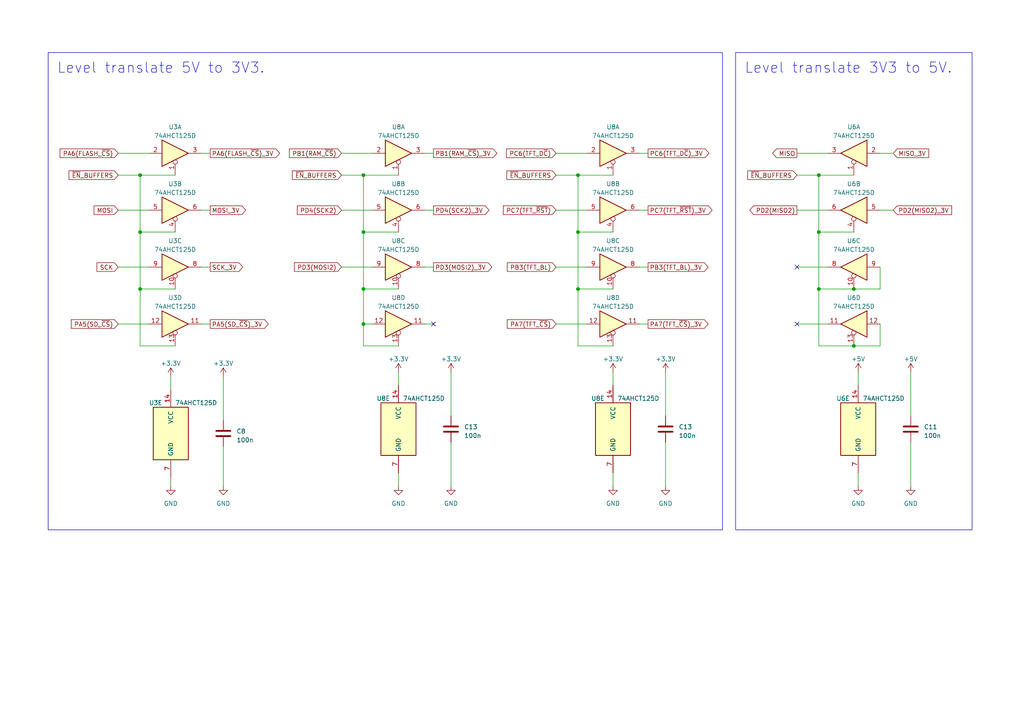
<source format=kicad_sch>
(kicad_sch (version 20230121) (generator eeschema)

  (uuid 892b3a71-e15f-4a74-b70b-7f5a4b4ac176)

  (paper "A4")

  (title_block
    (title "AT90S8535 demo board")
    (date "2023-04-01")
    (rev "V1.0")
    (company "https://github.com/atoomnetmarc/AVR-demo-board")
    (comment 1 "Apache License, version 2.0")
  )

  (lib_symbols
    (symbol "74xx:74LS125" (pin_names (offset 1.016)) (in_bom yes) (on_board yes)
      (property "Reference" "U" (at 0 1.27 0)
        (effects (font (size 1.27 1.27)))
      )
      (property "Value" "74LS125" (at 0 -1.27 0)
        (effects (font (size 1.27 1.27)))
      )
      (property "Footprint" "" (at 0 0 0)
        (effects (font (size 1.27 1.27)) hide)
      )
      (property "Datasheet" "http://www.ti.com/lit/gpn/sn74LS125" (at 0 0 0)
        (effects (font (size 1.27 1.27)) hide)
      )
      (property "ki_locked" "" (at 0 0 0)
        (effects (font (size 1.27 1.27)))
      )
      (property "ki_keywords" "TTL buffer 3State" (at 0 0 0)
        (effects (font (size 1.27 1.27)) hide)
      )
      (property "ki_description" "Quad buffer 3-State outputs" (at 0 0 0)
        (effects (font (size 1.27 1.27)) hide)
      )
      (property "ki_fp_filters" "DIP*W7.62mm*" (at 0 0 0)
        (effects (font (size 1.27 1.27)) hide)
      )
      (symbol "74LS125_1_0"
        (polyline
          (pts
            (xy -3.81 3.81)
            (xy -3.81 -3.81)
            (xy 3.81 0)
            (xy -3.81 3.81)
          )
          (stroke (width 0.254) (type default))
          (fill (type background))
        )
        (pin input inverted (at 0 -6.35 90) (length 4.445)
          (name "~" (effects (font (size 1.27 1.27))))
          (number "1" (effects (font (size 1.27 1.27))))
        )
        (pin input line (at -7.62 0 0) (length 3.81)
          (name "~" (effects (font (size 1.27 1.27))))
          (number "2" (effects (font (size 1.27 1.27))))
        )
        (pin tri_state line (at 7.62 0 180) (length 3.81)
          (name "~" (effects (font (size 1.27 1.27))))
          (number "3" (effects (font (size 1.27 1.27))))
        )
      )
      (symbol "74LS125_2_0"
        (polyline
          (pts
            (xy -3.81 3.81)
            (xy -3.81 -3.81)
            (xy 3.81 0)
            (xy -3.81 3.81)
          )
          (stroke (width 0.254) (type default))
          (fill (type background))
        )
        (pin input inverted (at 0 -6.35 90) (length 4.445)
          (name "~" (effects (font (size 1.27 1.27))))
          (number "4" (effects (font (size 1.27 1.27))))
        )
        (pin input line (at -7.62 0 0) (length 3.81)
          (name "~" (effects (font (size 1.27 1.27))))
          (number "5" (effects (font (size 1.27 1.27))))
        )
        (pin tri_state line (at 7.62 0 180) (length 3.81)
          (name "~" (effects (font (size 1.27 1.27))))
          (number "6" (effects (font (size 1.27 1.27))))
        )
      )
      (symbol "74LS125_3_0"
        (polyline
          (pts
            (xy -3.81 3.81)
            (xy -3.81 -3.81)
            (xy 3.81 0)
            (xy -3.81 3.81)
          )
          (stroke (width 0.254) (type default))
          (fill (type background))
        )
        (pin input inverted (at 0 -6.35 90) (length 4.445)
          (name "~" (effects (font (size 1.27 1.27))))
          (number "10" (effects (font (size 1.27 1.27))))
        )
        (pin tri_state line (at 7.62 0 180) (length 3.81)
          (name "~" (effects (font (size 1.27 1.27))))
          (number "8" (effects (font (size 1.27 1.27))))
        )
        (pin input line (at -7.62 0 0) (length 3.81)
          (name "~" (effects (font (size 1.27 1.27))))
          (number "9" (effects (font (size 1.27 1.27))))
        )
      )
      (symbol "74LS125_4_0"
        (polyline
          (pts
            (xy -3.81 3.81)
            (xy -3.81 -3.81)
            (xy 3.81 0)
            (xy -3.81 3.81)
          )
          (stroke (width 0.254) (type default))
          (fill (type background))
        )
        (pin tri_state line (at 7.62 0 180) (length 3.81)
          (name "~" (effects (font (size 1.27 1.27))))
          (number "11" (effects (font (size 1.27 1.27))))
        )
        (pin input line (at -7.62 0 0) (length 3.81)
          (name "~" (effects (font (size 1.27 1.27))))
          (number "12" (effects (font (size 1.27 1.27))))
        )
        (pin input inverted (at 0 -6.35 90) (length 4.445)
          (name "~" (effects (font (size 1.27 1.27))))
          (number "13" (effects (font (size 1.27 1.27))))
        )
      )
      (symbol "74LS125_5_0"
        (pin power_in line (at 0 12.7 270) (length 5.08)
          (name "VCC" (effects (font (size 1.27 1.27))))
          (number "14" (effects (font (size 1.27 1.27))))
        )
        (pin power_in line (at 0 -12.7 90) (length 5.08)
          (name "GND" (effects (font (size 1.27 1.27))))
          (number "7" (effects (font (size 1.27 1.27))))
        )
      )
      (symbol "74LS125_5_1"
        (rectangle (start -5.08 7.62) (end 5.08 -7.62)
          (stroke (width 0.254) (type default))
          (fill (type background))
        )
      )
    )
    (symbol "Device:C" (pin_numbers hide) (pin_names (offset 0.254)) (in_bom yes) (on_board yes)
      (property "Reference" "C" (at 0.635 2.54 0)
        (effects (font (size 1.27 1.27)) (justify left))
      )
      (property "Value" "C" (at 0.635 -2.54 0)
        (effects (font (size 1.27 1.27)) (justify left))
      )
      (property "Footprint" "" (at 0.9652 -3.81 0)
        (effects (font (size 1.27 1.27)) hide)
      )
      (property "Datasheet" "~" (at 0 0 0)
        (effects (font (size 1.27 1.27)) hide)
      )
      (property "ki_keywords" "cap capacitor" (at 0 0 0)
        (effects (font (size 1.27 1.27)) hide)
      )
      (property "ki_description" "Unpolarized capacitor" (at 0 0 0)
        (effects (font (size 1.27 1.27)) hide)
      )
      (property "ki_fp_filters" "C_*" (at 0 0 0)
        (effects (font (size 1.27 1.27)) hide)
      )
      (symbol "C_0_1"
        (polyline
          (pts
            (xy -2.032 -0.762)
            (xy 2.032 -0.762)
          )
          (stroke (width 0.508) (type default))
          (fill (type none))
        )
        (polyline
          (pts
            (xy -2.032 0.762)
            (xy 2.032 0.762)
          )
          (stroke (width 0.508) (type default))
          (fill (type none))
        )
      )
      (symbol "C_1_1"
        (pin passive line (at 0 3.81 270) (length 2.794)
          (name "~" (effects (font (size 1.27 1.27))))
          (number "1" (effects (font (size 1.27 1.27))))
        )
        (pin passive line (at 0 -3.81 90) (length 2.794)
          (name "~" (effects (font (size 1.27 1.27))))
          (number "2" (effects (font (size 1.27 1.27))))
        )
      )
    )
    (symbol "power:+3.3V" (power) (pin_names (offset 0)) (in_bom yes) (on_board yes)
      (property "Reference" "#PWR" (at 0 -3.81 0)
        (effects (font (size 1.27 1.27)) hide)
      )
      (property "Value" "+3.3V" (at 0 3.556 0)
        (effects (font (size 1.27 1.27)))
      )
      (property "Footprint" "" (at 0 0 0)
        (effects (font (size 1.27 1.27)) hide)
      )
      (property "Datasheet" "" (at 0 0 0)
        (effects (font (size 1.27 1.27)) hide)
      )
      (property "ki_keywords" "global power" (at 0 0 0)
        (effects (font (size 1.27 1.27)) hide)
      )
      (property "ki_description" "Power symbol creates a global label with name \"+3.3V\"" (at 0 0 0)
        (effects (font (size 1.27 1.27)) hide)
      )
      (symbol "+3.3V_0_1"
        (polyline
          (pts
            (xy -0.762 1.27)
            (xy 0 2.54)
          )
          (stroke (width 0) (type default))
          (fill (type none))
        )
        (polyline
          (pts
            (xy 0 0)
            (xy 0 2.54)
          )
          (stroke (width 0) (type default))
          (fill (type none))
        )
        (polyline
          (pts
            (xy 0 2.54)
            (xy 0.762 1.27)
          )
          (stroke (width 0) (type default))
          (fill (type none))
        )
      )
      (symbol "+3.3V_1_1"
        (pin power_in line (at 0 0 90) (length 0) hide
          (name "+3.3V" (effects (font (size 1.27 1.27))))
          (number "1" (effects (font (size 1.27 1.27))))
        )
      )
    )
    (symbol "power:+5V" (power) (pin_names (offset 0)) (in_bom yes) (on_board yes)
      (property "Reference" "#PWR" (at 0 -3.81 0)
        (effects (font (size 1.27 1.27)) hide)
      )
      (property "Value" "+5V" (at 0 3.556 0)
        (effects (font (size 1.27 1.27)))
      )
      (property "Footprint" "" (at 0 0 0)
        (effects (font (size 1.27 1.27)) hide)
      )
      (property "Datasheet" "" (at 0 0 0)
        (effects (font (size 1.27 1.27)) hide)
      )
      (property "ki_keywords" "global power" (at 0 0 0)
        (effects (font (size 1.27 1.27)) hide)
      )
      (property "ki_description" "Power symbol creates a global label with name \"+5V\"" (at 0 0 0)
        (effects (font (size 1.27 1.27)) hide)
      )
      (symbol "+5V_0_1"
        (polyline
          (pts
            (xy -0.762 1.27)
            (xy 0 2.54)
          )
          (stroke (width 0) (type default))
          (fill (type none))
        )
        (polyline
          (pts
            (xy 0 0)
            (xy 0 2.54)
          )
          (stroke (width 0) (type default))
          (fill (type none))
        )
        (polyline
          (pts
            (xy 0 2.54)
            (xy 0.762 1.27)
          )
          (stroke (width 0) (type default))
          (fill (type none))
        )
      )
      (symbol "+5V_1_1"
        (pin power_in line (at 0 0 90) (length 0) hide
          (name "+5V" (effects (font (size 1.27 1.27))))
          (number "1" (effects (font (size 1.27 1.27))))
        )
      )
    )
    (symbol "power:GND" (power) (pin_names (offset 0)) (in_bom yes) (on_board yes)
      (property "Reference" "#PWR" (at 0 -6.35 0)
        (effects (font (size 1.27 1.27)) hide)
      )
      (property "Value" "GND" (at 0 -3.81 0)
        (effects (font (size 1.27 1.27)))
      )
      (property "Footprint" "" (at 0 0 0)
        (effects (font (size 1.27 1.27)) hide)
      )
      (property "Datasheet" "" (at 0 0 0)
        (effects (font (size 1.27 1.27)) hide)
      )
      (property "ki_keywords" "global power" (at 0 0 0)
        (effects (font (size 1.27 1.27)) hide)
      )
      (property "ki_description" "Power symbol creates a global label with name \"GND\" , ground" (at 0 0 0)
        (effects (font (size 1.27 1.27)) hide)
      )
      (symbol "GND_0_1"
        (polyline
          (pts
            (xy 0 0)
            (xy 0 -1.27)
            (xy 1.27 -1.27)
            (xy 0 -2.54)
            (xy -1.27 -1.27)
            (xy 0 -1.27)
          )
          (stroke (width 0) (type default))
          (fill (type none))
        )
      )
      (symbol "GND_1_1"
        (pin power_in line (at 0 0 270) (length 0) hide
          (name "GND" (effects (font (size 1.27 1.27))))
          (number "1" (effects (font (size 1.27 1.27))))
        )
      )
    )
  )

  (junction (at 237.49 83.82) (diameter 0) (color 0 0 0 0)
    (uuid 0de87d64-1718-4099-8d9a-e033fced8de8)
  )
  (junction (at 247.65 100.33) (diameter 0) (color 0 0 0 0)
    (uuid 2d31e58d-67af-4c9c-b979-fec18796a017)
  )
  (junction (at 237.49 67.31) (diameter 0) (color 0 0 0 0)
    (uuid 2e7e179b-04a0-4fbd-86e1-65ad2232dbf3)
  )
  (junction (at 167.64 83.82) (diameter 0) (color 0 0 0 0)
    (uuid 5b8bd817-d683-4232-981b-5de84d7b4786)
  )
  (junction (at 40.64 67.31) (diameter 0) (color 0 0 0 0)
    (uuid 6b05d161-e6f3-4b01-a3ae-0ba83c40937a)
  )
  (junction (at 237.49 50.8) (diameter 0) (color 0 0 0 0)
    (uuid 73003099-45dc-4c35-9caa-f46b4599674f)
  )
  (junction (at 105.41 93.98) (diameter 0) (color 0 0 0 0)
    (uuid 74372160-3032-4eab-a86b-d867e6ae3f85)
  )
  (junction (at 40.64 50.8) (diameter 0) (color 0 0 0 0)
    (uuid 77d59f78-bf34-444a-bb24-7bcff34da265)
  )
  (junction (at 167.64 50.8) (diameter 0) (color 0 0 0 0)
    (uuid 8a86c21c-090b-48bb-8fff-f0d388784b22)
  )
  (junction (at 105.41 67.31) (diameter 0) (color 0 0 0 0)
    (uuid 8aae5c91-2e4f-4798-84e6-8c506bff00dd)
  )
  (junction (at 105.41 50.8) (diameter 0) (color 0 0 0 0)
    (uuid 8f139a2b-e679-44dc-b1fc-91fdc2996f0e)
  )
  (junction (at 167.64 67.31) (diameter 0) (color 0 0 0 0)
    (uuid 903698bc-d07a-410f-b40e-cb3c061f766a)
  )
  (junction (at 40.64 83.82) (diameter 0) (color 0 0 0 0)
    (uuid 92648aed-dfbe-4799-932a-71a4b0987db6)
  )
  (junction (at 247.65 83.82) (diameter 0) (color 0 0 0 0)
    (uuid 929de1fa-ac19-4e02-a994-7569a0bd9a3c)
  )
  (junction (at 105.41 83.82) (diameter 0) (color 0 0 0 0)
    (uuid de474e1b-940f-476c-b5c0-a958eb27b997)
  )

  (no_connect (at 125.73 93.98) (uuid 4eda1829-714d-4763-9dc4-e1203a137d88))
  (no_connect (at 231.14 93.98) (uuid da723a9e-abb3-4a88-bbab-59d49951e3dd))
  (no_connect (at 231.14 77.47) (uuid ddddc5c2-bd87-4097-8407-dccbdb8f8877))

  (wire (pts (xy 231.14 44.45) (xy 240.03 44.45))
    (stroke (width 0) (type default))
    (uuid 025a2a35-c8d4-46a1-86a3-011884b7b5a3)
  )
  (wire (pts (xy 247.65 83.82) (xy 237.49 83.82))
    (stroke (width 0) (type default))
    (uuid 02acdb50-99b5-47db-9297-f9c2c387f0a9)
  )
  (wire (pts (xy 255.27 100.33) (xy 247.65 100.33))
    (stroke (width 0) (type default))
    (uuid 0303707a-8238-4915-aa69-ddcb69ac1bbf)
  )
  (wire (pts (xy 248.92 137.16) (xy 248.92 140.97))
    (stroke (width 0) (type default))
    (uuid 04d539a4-2420-4733-a45f-e7e4e05cf108)
  )
  (wire (pts (xy 167.64 100.33) (xy 177.8 100.33))
    (stroke (width 0) (type default))
    (uuid 0592bc37-0ae9-413e-98d3-4f37a4bd48b7)
  )
  (wire (pts (xy 255.27 93.98) (xy 255.27 100.33))
    (stroke (width 0) (type default))
    (uuid 0a1058d3-0906-406f-ae98-59408f982f52)
  )
  (wire (pts (xy 247.65 50.8) (xy 237.49 50.8))
    (stroke (width 0) (type default))
    (uuid 0d144182-c694-4d8f-89e4-93818046e0e5)
  )
  (wire (pts (xy 50.8 83.82) (xy 40.64 83.82))
    (stroke (width 0) (type default))
    (uuid 0dc06932-3d49-4020-bddd-c8a702a10083)
  )
  (wire (pts (xy 40.64 100.33) (xy 40.64 83.82))
    (stroke (width 0) (type default))
    (uuid 0dc5bfd0-6c56-4ca0-9378-12bdaba96fb0)
  )
  (wire (pts (xy 248.92 107.95) (xy 248.92 111.76))
    (stroke (width 0) (type default))
    (uuid 0e819a32-f5b5-4776-a691-3010bcd3d740)
  )
  (wire (pts (xy 231.14 93.98) (xy 240.03 93.98))
    (stroke (width 0) (type default))
    (uuid 0f35f865-0206-41aa-a3a8-6cb32da4ca79)
  )
  (wire (pts (xy 34.29 93.98) (xy 43.18 93.98))
    (stroke (width 0) (type default))
    (uuid 0ff7d48c-22fe-478c-a037-c4af010f7e63)
  )
  (wire (pts (xy 123.19 77.47) (xy 125.73 77.47))
    (stroke (width 0) (type default))
    (uuid 123a244d-f5a2-4b7d-9014-b06a47f151e4)
  )
  (wire (pts (xy 161.29 60.96) (xy 170.18 60.96))
    (stroke (width 0) (type default))
    (uuid 12522993-ec1d-4b15-a273-6390a83d326b)
  )
  (wire (pts (xy 237.49 83.82) (xy 237.49 100.33))
    (stroke (width 0) (type default))
    (uuid 13314d46-e9cf-4e20-9944-c2ba9b93c3f0)
  )
  (wire (pts (xy 34.29 77.47) (xy 43.18 77.47))
    (stroke (width 0) (type default))
    (uuid 1776bf86-6dd1-4af8-a33a-2e3b80841f72)
  )
  (wire (pts (xy 105.41 100.33) (xy 115.57 100.33))
    (stroke (width 0) (type default))
    (uuid 177cf8c3-d3d8-45a6-892c-860f6c82b763)
  )
  (wire (pts (xy 123.19 44.45) (xy 125.73 44.45))
    (stroke (width 0) (type default))
    (uuid 1782ac0a-4b3f-441c-9971-cbef648d7044)
  )
  (wire (pts (xy 123.19 60.96) (xy 125.73 60.96))
    (stroke (width 0) (type default))
    (uuid 18c1cc4f-c6db-40f1-9275-b90a8e8f558d)
  )
  (wire (pts (xy 40.64 83.82) (xy 40.64 67.31))
    (stroke (width 0) (type default))
    (uuid 196275e7-6e5c-4bb1-9c05-cb723aa96a10)
  )
  (wire (pts (xy 64.77 129.54) (xy 64.77 140.97))
    (stroke (width 0) (type default))
    (uuid 19f6ba26-a658-4f7a-86bf-a40cf473f546)
  )
  (wire (pts (xy 34.29 44.45) (xy 43.18 44.45))
    (stroke (width 0) (type default))
    (uuid 1ce3f201-4d7c-44b9-8d83-24aa034297fa)
  )
  (wire (pts (xy 105.41 67.31) (xy 105.41 83.82))
    (stroke (width 0) (type default))
    (uuid 23c4acd0-1eb4-4a11-8498-9c1282fbcbd8)
  )
  (wire (pts (xy 185.42 44.45) (xy 187.96 44.45))
    (stroke (width 0) (type default))
    (uuid 24b8e6e3-adbe-4295-b038-82fc4d7df030)
  )
  (wire (pts (xy 58.42 93.98) (xy 60.96 93.98))
    (stroke (width 0) (type default))
    (uuid 2d602cd0-345e-4b90-9539-27b9cd63f355)
  )
  (wire (pts (xy 255.27 83.82) (xy 247.65 83.82))
    (stroke (width 0) (type default))
    (uuid 35aca548-6695-4542-bb64-79c05dffadff)
  )
  (wire (pts (xy 237.49 67.31) (xy 237.49 50.8))
    (stroke (width 0) (type default))
    (uuid 3797de90-ea27-47a2-ae53-ac46f68af676)
  )
  (wire (pts (xy 58.42 60.96) (xy 60.96 60.96))
    (stroke (width 0) (type default))
    (uuid 400d2b04-5ff0-4740-a70d-21cdf1be3325)
  )
  (wire (pts (xy 161.29 50.8) (xy 167.64 50.8))
    (stroke (width 0) (type default))
    (uuid 414c422d-4e1b-4bf6-aaf6-b123161ab307)
  )
  (wire (pts (xy 40.64 50.8) (xy 50.8 50.8))
    (stroke (width 0) (type default))
    (uuid 43520d17-3f93-4200-b91f-3bf88dc97ac6)
  )
  (wire (pts (xy 161.29 93.98) (xy 170.18 93.98))
    (stroke (width 0) (type default))
    (uuid 43ea1715-2380-45b0-ae67-58f6e2da232f)
  )
  (wire (pts (xy 40.64 50.8) (xy 40.64 67.31))
    (stroke (width 0) (type default))
    (uuid 44d7e4b0-1de4-4179-af84-3e6ecac013e2)
  )
  (wire (pts (xy 99.06 50.8) (xy 105.41 50.8))
    (stroke (width 0) (type default))
    (uuid 49241d60-6ff3-412d-ae73-7c7b59f53503)
  )
  (wire (pts (xy 49.53 109.22) (xy 49.53 113.03))
    (stroke (width 0) (type default))
    (uuid 4ccd9f80-60e9-4823-8911-c244980c24db)
  )
  (wire (pts (xy 177.8 107.95) (xy 177.8 111.76))
    (stroke (width 0) (type default))
    (uuid 4f3f1652-f28d-43a6-8134-2f94a8169139)
  )
  (wire (pts (xy 115.57 137.16) (xy 115.57 140.97))
    (stroke (width 0) (type default))
    (uuid 5043c251-3a91-48ae-9d90-3a5ccc45271e)
  )
  (wire (pts (xy 177.8 137.16) (xy 177.8 140.97))
    (stroke (width 0) (type default))
    (uuid 5161344b-7db6-4aad-abde-c2c9e739fec3)
  )
  (wire (pts (xy 58.42 44.45) (xy 60.96 44.45))
    (stroke (width 0) (type default))
    (uuid 565ac329-3b7e-40b7-a879-d23dd9118a41)
  )
  (wire (pts (xy 130.81 107.95) (xy 130.81 120.65))
    (stroke (width 0) (type default))
    (uuid 5a13d812-60b8-47cb-af32-ae5a17868ca1)
  )
  (wire (pts (xy 123.19 93.98) (xy 125.73 93.98))
    (stroke (width 0) (type default))
    (uuid 5ad01af3-0fbf-490a-8174-2779886e113e)
  )
  (wire (pts (xy 193.04 107.95) (xy 193.04 120.65))
    (stroke (width 0) (type default))
    (uuid 5ad88e72-a0f0-44a7-9238-a1a6df2cf2e9)
  )
  (wire (pts (xy 231.14 77.47) (xy 240.03 77.47))
    (stroke (width 0) (type default))
    (uuid 5add59cc-a54f-4607-a053-5d5500cb216a)
  )
  (wire (pts (xy 185.42 77.47) (xy 187.96 77.47))
    (stroke (width 0) (type default))
    (uuid 5ee4f123-407c-43fe-85d5-762d843d765e)
  )
  (wire (pts (xy 99.06 77.47) (xy 107.95 77.47))
    (stroke (width 0) (type default))
    (uuid 60ca50a2-5b75-48e8-a094-b38a7e825034)
  )
  (wire (pts (xy 185.42 93.98) (xy 187.96 93.98))
    (stroke (width 0) (type default))
    (uuid 6fa48089-1f93-45c0-a054-7d76178539f3)
  )
  (wire (pts (xy 161.29 77.47) (xy 170.18 77.47))
    (stroke (width 0) (type default))
    (uuid 6fa81d2b-0230-4801-a2ab-5512646e0ab2)
  )
  (wire (pts (xy 105.41 83.82) (xy 115.57 83.82))
    (stroke (width 0) (type default))
    (uuid 7a1acbf4-fb9c-497e-909f-fc4f97586bbb)
  )
  (wire (pts (xy 185.42 60.96) (xy 187.96 60.96))
    (stroke (width 0) (type default))
    (uuid 7caa8aac-1cef-47fa-b8e6-6e9ac63aa8cb)
  )
  (wire (pts (xy 237.49 67.31) (xy 237.49 83.82))
    (stroke (width 0) (type default))
    (uuid 7d752a1e-bb95-430b-b3c7-f0d84b645957)
  )
  (wire (pts (xy 247.65 67.31) (xy 237.49 67.31))
    (stroke (width 0) (type default))
    (uuid 7d9f152f-f2ba-48e1-952d-746470b75239)
  )
  (wire (pts (xy 34.29 60.96) (xy 43.18 60.96))
    (stroke (width 0) (type default))
    (uuid 8101e5d5-85b8-49f1-8b28-2524d45ed85a)
  )
  (wire (pts (xy 255.27 77.47) (xy 255.27 83.82))
    (stroke (width 0) (type default))
    (uuid 85db093b-df21-416b-91bb-1b1c616f42b0)
  )
  (wire (pts (xy 64.77 109.22) (xy 64.77 121.92))
    (stroke (width 0) (type default))
    (uuid 87f11f9e-b0c1-4ff6-8c93-86f2394a7a36)
  )
  (wire (pts (xy 193.04 128.27) (xy 193.04 140.97))
    (stroke (width 0) (type default))
    (uuid 8834750b-c08a-4cd7-b623-c2fb5a9602ad)
  )
  (wire (pts (xy 130.81 128.27) (xy 130.81 140.97))
    (stroke (width 0) (type default))
    (uuid 8ab7a6a5-15ca-4f6f-b492-1d6153f2887b)
  )
  (wire (pts (xy 105.41 50.8) (xy 115.57 50.8))
    (stroke (width 0) (type default))
    (uuid 8e5f41e3-fedf-448b-94e1-0959b73c1334)
  )
  (wire (pts (xy 99.06 60.96) (xy 107.95 60.96))
    (stroke (width 0) (type default))
    (uuid 90130174-abea-4378-958c-09049d0b217a)
  )
  (wire (pts (xy 105.41 50.8) (xy 105.41 67.31))
    (stroke (width 0) (type default))
    (uuid 943008c6-c4c9-44fc-bf1a-4c458fdbb0a0)
  )
  (wire (pts (xy 115.57 107.95) (xy 115.57 111.76))
    (stroke (width 0) (type default))
    (uuid 96b9b8cd-2966-4c90-b0cd-06938a615191)
  )
  (wire (pts (xy 167.64 83.82) (xy 167.64 100.33))
    (stroke (width 0) (type default))
    (uuid 979a9c55-7f88-4b9a-b76d-00ebf90642ab)
  )
  (wire (pts (xy 231.14 50.8) (xy 237.49 50.8))
    (stroke (width 0) (type default))
    (uuid 99035cca-7845-4a43-a017-d58cc20705fc)
  )
  (wire (pts (xy 58.42 77.47) (xy 60.96 77.47))
    (stroke (width 0) (type default))
    (uuid a979a340-9e6e-4d3c-be45-e58501de6225)
  )
  (wire (pts (xy 49.53 138.43) (xy 49.53 140.97))
    (stroke (width 0) (type default))
    (uuid b50951c8-df4b-4057-9bef-9b14824482c3)
  )
  (wire (pts (xy 167.64 67.31) (xy 177.8 67.31))
    (stroke (width 0) (type default))
    (uuid b92c4fbe-a882-4e26-94f1-4de12cf80cfe)
  )
  (wire (pts (xy 105.41 67.31) (xy 115.57 67.31))
    (stroke (width 0) (type default))
    (uuid bac6fc7d-7c8f-4d25-9891-b2bb13da25b2)
  )
  (wire (pts (xy 105.41 83.82) (xy 105.41 93.98))
    (stroke (width 0) (type default))
    (uuid bb48a32e-641f-4389-921d-fa7ef58286ae)
  )
  (wire (pts (xy 99.06 44.45) (xy 107.95 44.45))
    (stroke (width 0) (type default))
    (uuid c72af37b-37a8-4ab3-ac3c-984c17963bf6)
  )
  (wire (pts (xy 167.64 67.31) (xy 167.64 83.82))
    (stroke (width 0) (type default))
    (uuid cc6caed2-910a-4c20-b965-e101a9e0196d)
  )
  (wire (pts (xy 167.64 83.82) (xy 177.8 83.82))
    (stroke (width 0) (type default))
    (uuid cf8f83c2-9d33-4c8d-b517-e8c813080a66)
  )
  (wire (pts (xy 247.65 100.33) (xy 237.49 100.33))
    (stroke (width 0) (type default))
    (uuid cfe1567d-dc9c-4316-a6e6-1429eb0b78e3)
  )
  (wire (pts (xy 255.27 44.45) (xy 259.08 44.45))
    (stroke (width 0) (type default))
    (uuid d35d2a12-b9c3-47b3-aa68-fe79f6f35636)
  )
  (wire (pts (xy 40.64 67.31) (xy 50.8 67.31))
    (stroke (width 0) (type default))
    (uuid d64bc3c0-5eb2-4fde-87f2-4dbd1800be30)
  )
  (wire (pts (xy 105.41 93.98) (xy 105.41 100.33))
    (stroke (width 0) (type default))
    (uuid dcd100fc-5856-46c2-8b1d-fee74de48eb3)
  )
  (wire (pts (xy 264.16 107.95) (xy 264.16 120.65))
    (stroke (width 0) (type default))
    (uuid ded04484-ac17-434c-85c7-c0ed9792e9b4)
  )
  (wire (pts (xy 105.41 93.98) (xy 107.95 93.98))
    (stroke (width 0) (type default))
    (uuid e18058b5-958a-4067-93d2-662ebc79d8c5)
  )
  (wire (pts (xy 231.14 60.96) (xy 240.03 60.96))
    (stroke (width 0) (type default))
    (uuid e3c54144-07b3-4380-8f26-e198707f5038)
  )
  (wire (pts (xy 255.27 60.96) (xy 259.08 60.96))
    (stroke (width 0) (type default))
    (uuid e8472c62-2538-4642-bdda-88b020708dbd)
  )
  (wire (pts (xy 167.64 50.8) (xy 177.8 50.8))
    (stroke (width 0) (type default))
    (uuid e9d44497-f54b-496c-a38b-61dada717b55)
  )
  (wire (pts (xy 50.8 100.33) (xy 40.64 100.33))
    (stroke (width 0) (type default))
    (uuid eb639d04-443b-4b47-bd9d-1efa8c33ea00)
  )
  (wire (pts (xy 34.29 50.8) (xy 40.64 50.8))
    (stroke (width 0) (type default))
    (uuid ee05fd29-b482-4670-8351-c0fdcea92440)
  )
  (wire (pts (xy 264.16 128.27) (xy 264.16 140.97))
    (stroke (width 0) (type default))
    (uuid f1b4cfab-7f06-4990-a1c6-285f8814d8b3)
  )
  (wire (pts (xy 161.29 44.45) (xy 170.18 44.45))
    (stroke (width 0) (type default))
    (uuid f6f27326-74a5-4fdf-895c-0862cf9d6d03)
  )
  (wire (pts (xy 167.64 50.8) (xy 167.64 67.31))
    (stroke (width 0) (type default))
    (uuid fd778628-ee92-483f-a22e-b0cb035848ce)
  )

  (rectangle (start 13.97 15.24) (end 209.55 153.67)
    (stroke (width 0) (type default))
    (fill (type none))
    (uuid 8b4af3d2-1e86-4cf7-bc7b-2948f9943225)
  )
  (rectangle (start 213.36 15.24) (end 281.94 153.67)
    (stroke (width 0) (type default))
    (fill (type none))
    (uuid e33c7335-6813-4284-b91c-9830fb78b0ed)
  )

  (text "Level translate 5V to 3V3." (at 16.51 21.59 0)
    (effects (font (size 3 3)) (justify left bottom))
    (uuid 1e938e27-bd94-47e8-b95c-0ceca0be4c05)
  )
  (text "Level translate 3V3 to 5V." (at 215.9 21.59 0)
    (effects (font (size 3 3)) (justify left bottom))
    (uuid 9e7aaf53-7bbe-428c-8af8-65387d5ed6b9)
  )

  (global_label "PC6(TFT_D~{C})" (shape input) (at 161.29 44.45 180) (fields_autoplaced)
    (effects (font (size 1.27 1.27)) (justify right))
    (uuid 1f91aab2-b422-4f04-8fe9-7c3fcd1a06ab)
    (property "Intersheetrefs" "${INTERSHEET_REFS}" (at 151.8528 44.45 0)
      (effects (font (size 1.27 1.27)) (justify right) hide)
    )
  )
  (global_label "MISO_3V" (shape input) (at 259.08 44.45 0) (fields_autoplaced)
    (effects (font (size 1.27 1.27)) (justify left))
    (uuid 37adbfd7-bcfe-420a-9f76-1303c5048716)
    (property "Intersheetrefs" "${INTERSHEET_REFS}" (at 269.8477 44.45 0)
      (effects (font (size 1.27 1.27)) (justify left) hide)
    )
  )
  (global_label "~{EN}_BUFFERS" (shape input) (at 161.29 50.8 180) (fields_autoplaced)
    (effects (font (size 1.27 1.27)) (justify right))
    (uuid 4178a272-1f10-4eed-98f1-0a7f2fe2fed8)
    (property "Intersheetrefs" "${INTERSHEET_REFS}" (at 146.5309 50.8 0)
      (effects (font (size 1.27 1.27)) (justify right) hide)
    )
  )
  (global_label "PA6(FLASH_~{CS})" (shape input) (at 34.29 44.45 180) (fields_autoplaced)
    (effects (font (size 1.27 1.27)) (justify right))
    (uuid 43d0e4aa-940a-41f6-9348-de6803a795b3)
    (property "Intersheetrefs" "${INTERSHEET_REFS}" (at 22.1918 44.45 0)
      (effects (font (size 1.27 1.27)) (justify right) hide)
    )
  )
  (global_label "PB1(RAM_~{CS})_3V" (shape output) (at 125.73 44.45 0) (fields_autoplaced)
    (effects (font (size 1.27 1.27)) (justify left))
    (uuid 6173184c-b90d-4bf2-9812-d66743b2842b)
    (property "Intersheetrefs" "${INTERSHEET_REFS}" (at 139.1586 44.45 0)
      (effects (font (size 1.27 1.27)) (justify left) hide)
    )
  )
  (global_label "PA6(FLASH_~{CS})_3V" (shape output) (at 60.96 44.45 0) (fields_autoplaced)
    (effects (font (size 1.27 1.27)) (justify left))
    (uuid 67e04c1f-28f6-4ac5-91d6-48fa2eee8ceb)
    (property "Intersheetrefs" "${INTERSHEET_REFS}" (at 76.3239 44.45 0)
      (effects (font (size 1.27 1.27)) (justify left) hide)
    )
  )
  (global_label "PB3(TFT_BL)_3V" (shape output) (at 187.96 77.47 0) (fields_autoplaced)
    (effects (font (size 1.27 1.27)) (justify left))
    (uuid 67ee2c09-39f7-42da-837d-c40f98e4a31f)
    (property "Intersheetrefs" "${INTERSHEET_REFS}" (at 205.8639 77.47 0)
      (effects (font (size 1.27 1.27)) (justify left) hide)
    )
  )
  (global_label "SCK" (shape input) (at 34.29 77.47 180) (fields_autoplaced)
    (effects (font (size 1.27 1.27)) (justify right))
    (uuid 781b62b2-ab58-4fb1-9b26-2bd2cecdee6e)
    (property "Intersheetrefs" "${INTERSHEET_REFS}" (at 27.6347 77.47 0)
      (effects (font (size 1.27 1.27)) (justify right) hide)
    )
  )
  (global_label "PD3(MOSI2)_3V" (shape output) (at 125.73 77.47 0) (fields_autoplaced)
    (effects (font (size 1.27 1.27)) (justify left))
    (uuid 7d3a75ac-1d2e-4689-8937-0640af8dd7cd)
    (property "Intersheetrefs" "${INTERSHEET_REFS}" (at 137.7072 77.47 0)
      (effects (font (size 1.27 1.27)) (justify left) hide)
    )
  )
  (global_label "PC7(TFT_~{RST})" (shape input) (at 161.29 60.96 180) (fields_autoplaced)
    (effects (font (size 1.27 1.27)) (justify right))
    (uuid 8647d35f-5b5a-41bb-83f9-ef9da101958d)
    (property "Intersheetrefs" "${INTERSHEET_REFS}" (at 150.9457 60.96 0)
      (effects (font (size 1.27 1.27)) (justify right) hide)
    )
  )
  (global_label "PD4(SCK2)_3V" (shape output) (at 125.73 60.96 0) (fields_autoplaced)
    (effects (font (size 1.27 1.27)) (justify left))
    (uuid 8ea08a38-0a31-4149-baa6-86888ee21227)
    (property "Intersheetrefs" "${INTERSHEET_REFS}" (at 136.8605 60.96 0)
      (effects (font (size 1.27 1.27)) (justify left) hide)
    )
  )
  (global_label "PB3(TFT_BL)" (shape input) (at 161.29 77.47 180) (fields_autoplaced)
    (effects (font (size 1.27 1.27)) (justify right))
    (uuid a5bc4bf7-7480-4e2e-aea7-4dd6418a04b0)
    (property "Intersheetrefs" "${INTERSHEET_REFS}" (at 152.0947 77.47 0)
      (effects (font (size 1.27 1.27)) (justify right) hide)
    )
  )
  (global_label "PB1(RAM_~{CS})" (shape input) (at 99.06 44.45 180) (fields_autoplaced)
    (effects (font (size 1.27 1.27)) (justify right))
    (uuid a71e9ef6-35eb-46ce-93c0-7605db3b20cb)
    (property "Intersheetrefs" "${INTERSHEET_REFS}" (at 88.8971 44.45 0)
      (effects (font (size 1.27 1.27)) (justify right) hide)
    )
  )
  (global_label "SCK_3V" (shape output) (at 60.96 77.47 0) (fields_autoplaced)
    (effects (font (size 1.27 1.27)) (justify left))
    (uuid ab2e951e-8eba-4147-9a3e-43a1510a532e)
    (property "Intersheetrefs" "${INTERSHEET_REFS}" (at 70.881 77.47 0)
      (effects (font (size 1.27 1.27)) (justify left) hide)
    )
  )
  (global_label "PD2(MISO2)" (shape output) (at 231.14 60.96 180) (fields_autoplaced)
    (effects (font (size 1.27 1.27)) (justify right))
    (uuid b15a92b4-bd8b-4d6e-bb3b-d4ecaee160ce)
    (property "Intersheetrefs" "${INTERSHEET_REFS}" (at 222.4285 60.96 0)
      (effects (font (size 1.27 1.27)) (justify right) hide)
    )
  )
  (global_label "MOSI" (shape input) (at 34.29 60.96 180) (fields_autoplaced)
    (effects (font (size 1.27 1.27)) (justify right))
    (uuid b45c4f6e-91fe-4789-97d6-2fb41da39e1f)
    (property "Intersheetrefs" "${INTERSHEET_REFS}" (at 26.788 60.96 0)
      (effects (font (size 1.27 1.27)) (justify right) hide)
    )
  )
  (global_label "PA5(SD_~{CS})_3V" (shape output) (at 60.96 93.98 0) (fields_autoplaced)
    (effects (font (size 1.27 1.27)) (justify left))
    (uuid b8953386-92d4-4e1c-ae2b-f4a096bb3bd8)
    (property "Intersheetrefs" "${INTERSHEET_REFS}" (at 73.0581 93.98 0)
      (effects (font (size 1.27 1.27)) (justify left) hide)
    )
  )
  (global_label "~{EN}_BUFFERS" (shape input) (at 99.06 50.8 180) (fields_autoplaced)
    (effects (font (size 1.27 1.27)) (justify right))
    (uuid bd7d67df-ea0b-44a0-b7d4-9a7214402493)
    (property "Intersheetrefs" "${INTERSHEET_REFS}" (at 84.3009 50.8 0)
      (effects (font (size 1.27 1.27)) (justify right) hide)
    )
  )
  (global_label "PC6(TFT_D~{C})_3V" (shape output) (at 187.96 44.45 0) (fields_autoplaced)
    (effects (font (size 1.27 1.27)) (justify left))
    (uuid c3de9e63-630e-478c-ad7a-69daf339a748)
    (property "Intersheetrefs" "${INTERSHEET_REFS}" (at 200.6629 44.45 0)
      (effects (font (size 1.27 1.27)) (justify left) hide)
    )
  )
  (global_label "PA5(SD_~{CS})" (shape input) (at 34.29 93.98 180) (fields_autoplaced)
    (effects (font (size 1.27 1.27)) (justify right))
    (uuid c3e24016-0d50-4fad-8bf6-97c78553e7b5)
    (property "Intersheetrefs" "${INTERSHEET_REFS}" (at 25.4576 93.98 0)
      (effects (font (size 1.27 1.27)) (justify right) hide)
    )
  )
  (global_label "PD4(SCK2)" (shape input) (at 99.06 60.96 180) (fields_autoplaced)
    (effects (font (size 1.27 1.27)) (justify right))
    (uuid cd63b965-98d0-42f4-b8d3-24e9c657fd38)
    (property "Intersheetrefs" "${INTERSHEET_REFS}" (at 91.1952 60.96 0)
      (effects (font (size 1.27 1.27)) (justify right) hide)
    )
  )
  (global_label "PC7(TFT_~{RST})_3V" (shape output) (at 187.96 60.96 0) (fields_autoplaced)
    (effects (font (size 1.27 1.27)) (justify left))
    (uuid cdbf910f-8ea9-436d-a604-40dbac02f0aa)
    (property "Intersheetrefs" "${INTERSHEET_REFS}" (at 201.57 60.96 0)
      (effects (font (size 1.27 1.27)) (justify left) hide)
    )
  )
  (global_label "~{EN}_BUFFERS" (shape input) (at 34.29 50.8 180) (fields_autoplaced)
    (effects (font (size 1.27 1.27)) (justify right))
    (uuid d4c2b166-e43a-40aa-894c-55a5b02c06af)
    (property "Intersheetrefs" "${INTERSHEET_REFS}" (at 19.5309 50.8 0)
      (effects (font (size 1.27 1.27)) (justify right) hide)
    )
  )
  (global_label "PD3(MOSI2)" (shape input) (at 99.06 77.47 180) (fields_autoplaced)
    (effects (font (size 1.27 1.27)) (justify right))
    (uuid dab104f2-0c9d-4e74-8d81-4ef16a66de62)
    (property "Intersheetrefs" "${INTERSHEET_REFS}" (at 90.3485 77.47 0)
      (effects (font (size 1.27 1.27)) (justify right) hide)
    )
  )
  (global_label "MISO" (shape output) (at 231.14 44.45 180) (fields_autoplaced)
    (effects (font (size 1.27 1.27)) (justify right))
    (uuid daf38a85-b921-48aa-a362-7e32ac9f2701)
    (property "Intersheetrefs" "${INTERSHEET_REFS}" (at 223.638 44.45 0)
      (effects (font (size 1.27 1.27)) (justify right) hide)
    )
  )
  (global_label "PA7(TFT_~{CS})" (shape input) (at 161.29 93.98 180) (fields_autoplaced)
    (effects (font (size 1.27 1.27)) (justify right))
    (uuid e77ee04f-75f8-4b8d-9542-7bd55cd4dc73)
    (property "Intersheetrefs" "${INTERSHEET_REFS}" (at 151.9133 93.98 0)
      (effects (font (size 1.27 1.27)) (justify right) hide)
    )
  )
  (global_label "MOSI_3V" (shape output) (at 60.96 60.96 0) (fields_autoplaced)
    (effects (font (size 1.27 1.27)) (justify left))
    (uuid ef10e3b9-2610-4028-9502-7edc49a55949)
    (property "Intersheetrefs" "${INTERSHEET_REFS}" (at 71.7277 60.96 0)
      (effects (font (size 1.27 1.27)) (justify left) hide)
    )
  )
  (global_label "PA7(TFT_~{CS})_3V" (shape output) (at 187.96 93.98 0) (fields_autoplaced)
    (effects (font (size 1.27 1.27)) (justify left))
    (uuid f0a87c79-02ce-4277-88d9-e9cee0387c4c)
    (property "Intersheetrefs" "${INTERSHEET_REFS}" (at 200.6024 93.98 0)
      (effects (font (size 1.27 1.27)) (justify left) hide)
    )
  )
  (global_label "~{EN}_BUFFERS" (shape input) (at 231.14 50.8 180) (fields_autoplaced)
    (effects (font (size 1.27 1.27)) (justify right))
    (uuid f63b1c4c-93c0-4fe4-8658-a3f22408910f)
    (property "Intersheetrefs" "${INTERSHEET_REFS}" (at 216.3809 50.8 0)
      (effects (font (size 1.27 1.27)) (justify right) hide)
    )
  )
  (global_label "PD2(MISO2)_3V" (shape input) (at 259.08 60.96 0) (fields_autoplaced)
    (effects (font (size 1.27 1.27)) (justify left))
    (uuid f6f1a2a6-40e0-4acc-af94-f105107c0f29)
    (property "Intersheetrefs" "${INTERSHEET_REFS}" (at 271.0572 60.96 0)
      (effects (font (size 1.27 1.27)) (justify left) hide)
    )
  )

  (symbol (lib_id "74xx:74LS125") (at 247.65 93.98 0) (mirror y) (unit 4)
    (in_bom yes) (on_board yes) (dnp no)
    (uuid 0820e357-eafe-45ac-bde5-cb8a5a241a23)
    (property "Reference" "U6" (at 247.65 86.36 0)
      (effects (font (size 1.27 1.27)))
    )
    (property "Value" "74AHCT125D" (at 247.65 88.9 0)
      (effects (font (size 1.27 1.27)))
    )
    (property "Footprint" "Package_SO:SOIC-14_3.9x8.7mm_P1.27mm" (at 247.65 93.98 0)
      (effects (font (size 1.27 1.27)) hide)
    )
    (property "Datasheet" "http://www.ti.com/lit/gpn/sn74LS125" (at 247.65 93.98 0)
      (effects (font (size 1.27 1.27)) hide)
    )
    (pin "1" (uuid ce0b76f4-76b1-4ad9-a0e7-fe9cfa3000f7))
    (pin "2" (uuid 11ffa99a-b091-42ef-bbd0-f1ff12f07abd))
    (pin "3" (uuid 5b8bc3d6-6093-469e-afb3-ea9eea64be45))
    (pin "4" (uuid 52affc01-de5e-48ac-b4e1-853791bfe3b1))
    (pin "5" (uuid fc6916e3-bd33-4ad8-8e6d-b7c91ff0f551))
    (pin "6" (uuid 1ab02b94-a746-42eb-8054-db0ae05a063c))
    (pin "10" (uuid a3453515-a07c-4473-a4cb-8a89622a0dd4))
    (pin "8" (uuid 1f0da16c-b45b-4812-9521-fdcd94d2c81c))
    (pin "9" (uuid 401f57d9-b4b5-4446-9677-19b2c764d7f8))
    (pin "11" (uuid 69ba7478-9aa1-4b40-a9d9-e38e76b2a9e2))
    (pin "12" (uuid 2bfb41fd-f91a-482c-883c-781f5cc8abc1))
    (pin "13" (uuid 5143a0fa-1e1d-4d88-98ea-033dfcb438ed))
    (pin "14" (uuid 1bc64d96-8419-40cf-a4ff-c072e381fdc4))
    (pin "7" (uuid 69c6aa57-9482-4b9d-bc00-c5369f3ec581))
    (instances
      (project "at90s8535"
        (path "/b25be410-ef2b-47a5-b0e7-4e30ab693d4d"
          (reference "U6") (unit 4)
        )
        (path "/b25be410-ef2b-47a5-b0e7-4e30ab693d4d/a99f2386-3ebb-4687-aeec-6bb457f5710d"
          (reference "U8") (unit 4)
        )
      )
    )
  )

  (symbol (lib_id "74xx:74LS125") (at 177.8 44.45 0) (unit 1)
    (in_bom yes) (on_board yes) (dnp no) (fields_autoplaced)
    (uuid 14625670-67fa-4a8f-96c6-67ecdb574f78)
    (property "Reference" "U8" (at 177.8 36.83 0)
      (effects (font (size 1.27 1.27)))
    )
    (property "Value" "74AHCT125D" (at 177.8 39.37 0)
      (effects (font (size 1.27 1.27)))
    )
    (property "Footprint" "Package_SO:SOIC-14_3.9x8.7mm_P1.27mm" (at 177.8 44.45 0)
      (effects (font (size 1.27 1.27)) hide)
    )
    (property "Datasheet" "http://www.ti.com/lit/gpn/sn74LS125" (at 177.8 44.45 0)
      (effects (font (size 1.27 1.27)) hide)
    )
    (pin "1" (uuid e1c53917-de43-40a3-bf04-89f775f7ba52))
    (pin "2" (uuid 070a36a6-94e9-42fb-bcdd-02c3b3850e01))
    (pin "3" (uuid 613aca34-e729-4abb-b86a-310629619578))
    (pin "4" (uuid ea47bf69-04ec-4a6d-8099-6ba0921435d5))
    (pin "5" (uuid 4083669b-73bc-4661-ab3d-998752bf269b))
    (pin "6" (uuid 307e3f8b-2c40-45c3-8031-46723c808173))
    (pin "10" (uuid 80f7b853-ab0a-403b-a3b0-af406ff9b769))
    (pin "8" (uuid 319f9a42-fc73-4f5b-8e78-0248cf264aa1))
    (pin "9" (uuid e408ee08-0a3a-4bda-9f9d-8e49d36449d7))
    (pin "11" (uuid dae76561-ed9a-47b4-a501-e1a154644d08))
    (pin "12" (uuid b66e187f-6023-4bb5-aa74-d9748f345b3f))
    (pin "13" (uuid 7d5766cd-bb4e-4e8e-b93a-c37cf6a6e0e1))
    (pin "14" (uuid 5078e2fe-d9a9-4eb1-960f-fbc6f05ac42c))
    (pin "7" (uuid a8de8a78-845d-4d6b-9d25-d8fa713808c0))
    (instances
      (project "at90s8535"
        (path "/b25be410-ef2b-47a5-b0e7-4e30ab693d4d"
          (reference "U8") (unit 1)
        )
        (path "/b25be410-ef2b-47a5-b0e7-4e30ab693d4d/a99f2386-3ebb-4687-aeec-6bb457f5710d"
          (reference "U11") (unit 1)
        )
      )
    )
  )

  (symbol (lib_id "74xx:74LS125") (at 115.57 93.98 0) (unit 4)
    (in_bom yes) (on_board yes) (dnp no) (fields_autoplaced)
    (uuid 157848ba-e6cf-4cd2-9203-cc81147a3bba)
    (property "Reference" "U8" (at 115.57 86.36 0)
      (effects (font (size 1.27 1.27)))
    )
    (property "Value" "74AHCT125D" (at 115.57 88.9 0)
      (effects (font (size 1.27 1.27)))
    )
    (property "Footprint" "Package_SO:SOIC-14_3.9x8.7mm_P1.27mm" (at 115.57 93.98 0)
      (effects (font (size 1.27 1.27)) hide)
    )
    (property "Datasheet" "http://www.ti.com/lit/gpn/sn74LS125" (at 115.57 93.98 0)
      (effects (font (size 1.27 1.27)) hide)
    )
    (pin "1" (uuid ce0b76f4-76b1-4ad9-a0e7-fe9cfa3000f9))
    (pin "2" (uuid 11ffa99a-b091-42ef-bbd0-f1ff12f07abf))
    (pin "3" (uuid 5b8bc3d6-6093-469e-afb3-ea9eea64be47))
    (pin "4" (uuid 52affc01-de5e-48ac-b4e1-853791bfe3b3))
    (pin "5" (uuid fc6916e3-bd33-4ad8-8e6d-b7c91ff0f553))
    (pin "6" (uuid 1ab02b94-a746-42eb-8054-db0ae05a063e))
    (pin "10" (uuid a3453515-a07c-4473-a4cb-8a89622a0dd6))
    (pin "8" (uuid 1f0da16c-b45b-4812-9521-fdcd94d2c81e))
    (pin "9" (uuid 401f57d9-b4b5-4446-9677-19b2c764d7fa))
    (pin "11" (uuid b6792a91-6126-4423-b093-48e303c4b3b3))
    (pin "12" (uuid f8c4d3aa-22d2-4302-b637-9a1b79345cb4))
    (pin "13" (uuid 18e0f73e-baa5-4511-b450-e07a3165de5a))
    (pin "14" (uuid 1bc64d96-8419-40cf-a4ff-c072e381fdc6))
    (pin "7" (uuid 69c6aa57-9482-4b9d-bc00-c5369f3ec583))
    (instances
      (project "at90s8535"
        (path "/b25be410-ef2b-47a5-b0e7-4e30ab693d4d"
          (reference "U8") (unit 4)
        )
        (path "/b25be410-ef2b-47a5-b0e7-4e30ab693d4d/a99f2386-3ebb-4687-aeec-6bb457f5710d"
          (reference "U6") (unit 4)
        )
      )
    )
  )

  (symbol (lib_id "74xx:74LS125") (at 115.57 124.46 0) (unit 5)
    (in_bom yes) (on_board yes) (dnp no)
    (uuid 1e9dae06-84e8-4546-9072-eaa596bea4b3)
    (property "Reference" "U8" (at 109.22 115.57 0)
      (effects (font (size 1.27 1.27)) (justify left))
    )
    (property "Value" "74AHCT125D" (at 116.84 115.57 0)
      (effects (font (size 1.27 1.27)) (justify left))
    )
    (property "Footprint" "Package_SO:SOIC-14_3.9x8.7mm_P1.27mm" (at 115.57 124.46 0)
      (effects (font (size 1.27 1.27)) hide)
    )
    (property "Datasheet" "http://www.ti.com/lit/gpn/sn74LS125" (at 115.57 124.46 0)
      (effects (font (size 1.27 1.27)) hide)
    )
    (pin "1" (uuid 75c45c6b-a0f7-49d9-95f8-224613ed9655))
    (pin "2" (uuid a441a428-3ef4-4a3f-9c36-9580da0e901e))
    (pin "3" (uuid e2806cb4-c58a-4573-a245-b2e08a97c15a))
    (pin "4" (uuid 0856849e-97b0-45eb-a39b-dee1e775df3f))
    (pin "5" (uuid 93a44494-6174-4ee3-b2b5-d31fba7f96eb))
    (pin "6" (uuid d30ff590-3603-4af4-b263-d4bfdd02087d))
    (pin "10" (uuid e666b069-9188-41b8-a42c-a32a149fb3fc))
    (pin "8" (uuid 802c86ef-1277-4232-8655-403fc5638f2d))
    (pin "9" (uuid 900952a2-b569-43ac-b2b6-09037cb26a7a))
    (pin "11" (uuid 60fd67f9-a99f-4282-a179-4a0cde0ae7c6))
    (pin "12" (uuid de3ebbcf-d037-4d40-9374-99eaa18fa2f3))
    (pin "13" (uuid 7553bfd6-1228-4ecd-9590-9952e024efac))
    (pin "14" (uuid 2a4e8b78-9004-4adb-8aa3-8d33778bf759))
    (pin "7" (uuid 62dc9b00-0735-43e3-a4e2-3d0b8a6320b7))
    (instances
      (project "at90s8535"
        (path "/b25be410-ef2b-47a5-b0e7-4e30ab693d4d"
          (reference "U8") (unit 5)
        )
        (path "/b25be410-ef2b-47a5-b0e7-4e30ab693d4d/a99f2386-3ebb-4687-aeec-6bb457f5710d"
          (reference "U6") (unit 5)
        )
      )
    )
  )

  (symbol (lib_id "74xx:74LS125") (at 50.8 93.98 0) (unit 4)
    (in_bom yes) (on_board yes) (dnp no) (fields_autoplaced)
    (uuid 2254330b-a8e3-4681-a28d-7da065000816)
    (property "Reference" "U3" (at 50.8 86.36 0)
      (effects (font (size 1.27 1.27)))
    )
    (property "Value" "74AHCT125D" (at 50.8 88.9 0)
      (effects (font (size 1.27 1.27)))
    )
    (property "Footprint" "Package_SO:SOIC-14_3.9x8.7mm_P1.27mm" (at 50.8 93.98 0)
      (effects (font (size 1.27 1.27)) hide)
    )
    (property "Datasheet" "http://www.ti.com/lit/gpn/sn74LS125" (at 50.8 93.98 0)
      (effects (font (size 1.27 1.27)) hide)
    )
    (pin "1" (uuid ce0b76f4-76b1-4ad9-a0e7-fe9cfa3000f8))
    (pin "2" (uuid 11ffa99a-b091-42ef-bbd0-f1ff12f07abe))
    (pin "3" (uuid 5b8bc3d6-6093-469e-afb3-ea9eea64be46))
    (pin "4" (uuid 52affc01-de5e-48ac-b4e1-853791bfe3b2))
    (pin "5" (uuid fc6916e3-bd33-4ad8-8e6d-b7c91ff0f552))
    (pin "6" (uuid 1ab02b94-a746-42eb-8054-db0ae05a063d))
    (pin "10" (uuid a3453515-a07c-4473-a4cb-8a89622a0dd5))
    (pin "8" (uuid 1f0da16c-b45b-4812-9521-fdcd94d2c81d))
    (pin "9" (uuid 401f57d9-b4b5-4446-9677-19b2c764d7f9))
    (pin "11" (uuid 6ef19a81-3036-4fd2-bbdd-fcd2e9814a24))
    (pin "12" (uuid d5860690-1fbb-4c95-9f22-8e325131c288))
    (pin "13" (uuid 2315d54d-6200-4c27-bd5d-f60e522d7391))
    (pin "14" (uuid 1bc64d96-8419-40cf-a4ff-c072e381fdc5))
    (pin "7" (uuid 69c6aa57-9482-4b9d-bc00-c5369f3ec582))
    (instances
      (project "at90s8535"
        (path "/b25be410-ef2b-47a5-b0e7-4e30ab693d4d"
          (reference "U3") (unit 4)
        )
        (path "/b25be410-ef2b-47a5-b0e7-4e30ab693d4d/a99f2386-3ebb-4687-aeec-6bb457f5710d"
          (reference "U3") (unit 4)
        )
      )
    )
  )

  (symbol (lib_id "power:+3.3V") (at 193.04 107.95 0) (unit 1)
    (in_bom yes) (on_board yes) (dnp no) (fields_autoplaced)
    (uuid 2d871b11-7694-4c15-8907-3fc25191eb63)
    (property "Reference" "#PWR049" (at 193.04 111.76 0)
      (effects (font (size 1.27 1.27)) hide)
    )
    (property "Value" "+3.3V" (at 193.04 104.14 0)
      (effects (font (size 1.27 1.27)))
    )
    (property "Footprint" "" (at 193.04 107.95 0)
      (effects (font (size 1.27 1.27)) hide)
    )
    (property "Datasheet" "" (at 193.04 107.95 0)
      (effects (font (size 1.27 1.27)) hide)
    )
    (pin "1" (uuid 111f7022-8863-4063-b295-9e3449ded068))
    (instances
      (project "at90s8535"
        (path "/b25be410-ef2b-47a5-b0e7-4e30ab693d4d"
          (reference "#PWR049") (unit 1)
        )
        (path "/b25be410-ef2b-47a5-b0e7-4e30ab693d4d/a99f2386-3ebb-4687-aeec-6bb457f5710d"
          (reference "#PWR071") (unit 1)
        )
      )
    )
  )

  (symbol (lib_id "74xx:74LS125") (at 177.8 60.96 0) (unit 2)
    (in_bom yes) (on_board yes) (dnp no) (fields_autoplaced)
    (uuid 318f4528-95d4-4e8e-bd3b-8bcc47028440)
    (property "Reference" "U8" (at 177.8 53.34 0)
      (effects (font (size 1.27 1.27)))
    )
    (property "Value" "74AHCT125D" (at 177.8 55.88 0)
      (effects (font (size 1.27 1.27)))
    )
    (property "Footprint" "Package_SO:SOIC-14_3.9x8.7mm_P1.27mm" (at 177.8 60.96 0)
      (effects (font (size 1.27 1.27)) hide)
    )
    (property "Datasheet" "http://www.ti.com/lit/gpn/sn74LS125" (at 177.8 60.96 0)
      (effects (font (size 1.27 1.27)) hide)
    )
    (pin "1" (uuid 537bbc11-541b-49ac-9337-6dbf431eb4d0))
    (pin "2" (uuid db1aebb7-2cf1-46bc-9263-422d9b67d35f))
    (pin "3" (uuid eddbb2d8-2323-41e9-ad05-6298d68ca09f))
    (pin "4" (uuid cced53d7-bdd2-48af-90da-e63a52ffe574))
    (pin "5" (uuid db95d420-781c-4694-bebb-9c5242cd53f2))
    (pin "6" (uuid 2b9514b2-7845-43b1-9547-a313040c52ea))
    (pin "10" (uuid 10fdf5dc-8f41-4c0b-b251-1ad87d527b87))
    (pin "8" (uuid 3d1bd596-444c-4484-8274-47e715707c24))
    (pin "9" (uuid c5ea5d39-48bf-4c82-af56-6e3c2effc2d4))
    (pin "11" (uuid 65a9770d-c1d5-463a-b922-f3975bb3abf4))
    (pin "12" (uuid aa6eb6c2-3901-4e98-a2b2-9246d71b74f3))
    (pin "13" (uuid f1cb8009-0769-4bb9-b57d-a02ec4ae5baf))
    (pin "14" (uuid 966e3d25-2579-4623-ad95-f9d93e5b4892))
    (pin "7" (uuid 109fe293-fd2d-4205-9455-32958f7f2292))
    (instances
      (project "at90s8535"
        (path "/b25be410-ef2b-47a5-b0e7-4e30ab693d4d"
          (reference "U8") (unit 2)
        )
        (path "/b25be410-ef2b-47a5-b0e7-4e30ab693d4d/a99f2386-3ebb-4687-aeec-6bb457f5710d"
          (reference "U11") (unit 2)
        )
      )
    )
  )

  (symbol (lib_id "power:GND") (at 130.81 140.97 0) (unit 1)
    (in_bom yes) (on_board yes) (dnp no) (fields_autoplaced)
    (uuid 3311a213-111d-4adf-b918-d32755b08813)
    (property "Reference" "#PWR050" (at 130.81 147.32 0)
      (effects (font (size 1.27 1.27)) hide)
    )
    (property "Value" "GND" (at 130.81 146.05 0)
      (effects (font (size 1.27 1.27)))
    )
    (property "Footprint" "" (at 130.81 140.97 0)
      (effects (font (size 1.27 1.27)) hide)
    )
    (property "Datasheet" "" (at 130.81 140.97 0)
      (effects (font (size 1.27 1.27)) hide)
    )
    (pin "1" (uuid 0d90d939-1792-418b-a733-6a9ab967dbe9))
    (instances
      (project "at90s8535"
        (path "/b25be410-ef2b-47a5-b0e7-4e30ab693d4d"
          (reference "#PWR050") (unit 1)
        )
        (path "/b25be410-ef2b-47a5-b0e7-4e30ab693d4d/a99f2386-3ebb-4687-aeec-6bb457f5710d"
          (reference "#PWR033") (unit 1)
        )
      )
    )
  )

  (symbol (lib_id "74xx:74LS125") (at 247.65 60.96 0) (mirror y) (unit 2)
    (in_bom yes) (on_board yes) (dnp no)
    (uuid 3f7a38e1-7bd5-4c50-8fc3-90c63bba5f1e)
    (property "Reference" "U6" (at 247.65 53.34 0)
      (effects (font (size 1.27 1.27)))
    )
    (property "Value" "74AHCT125D" (at 247.65 55.88 0)
      (effects (font (size 1.27 1.27)))
    )
    (property "Footprint" "Package_SO:SOIC-14_3.9x8.7mm_P1.27mm" (at 247.65 60.96 0)
      (effects (font (size 1.27 1.27)) hide)
    )
    (property "Datasheet" "http://www.ti.com/lit/gpn/sn74LS125" (at 247.65 60.96 0)
      (effects (font (size 1.27 1.27)) hide)
    )
    (pin "1" (uuid 537bbc11-541b-49ac-9337-6dbf431eb4cf))
    (pin "2" (uuid db1aebb7-2cf1-46bc-9263-422d9b67d35e))
    (pin "3" (uuid eddbb2d8-2323-41e9-ad05-6298d68ca09e))
    (pin "4" (uuid 4de02949-8787-48bd-b892-cb960053e0d0))
    (pin "5" (uuid 459cd466-5480-42ad-858f-8e258d508ef2))
    (pin "6" (uuid 2ea32eef-852d-4d4c-98ec-11f7496bfade))
    (pin "10" (uuid 10fdf5dc-8f41-4c0b-b251-1ad87d527b86))
    (pin "8" (uuid 3d1bd596-444c-4484-8274-47e715707c23))
    (pin "9" (uuid c5ea5d39-48bf-4c82-af56-6e3c2effc2d3))
    (pin "11" (uuid 65a9770d-c1d5-463a-b922-f3975bb3abf3))
    (pin "12" (uuid aa6eb6c2-3901-4e98-a2b2-9246d71b74f2))
    (pin "13" (uuid f1cb8009-0769-4bb9-b57d-a02ec4ae5bae))
    (pin "14" (uuid 966e3d25-2579-4623-ad95-f9d93e5b4891))
    (pin "7" (uuid 109fe293-fd2d-4205-9455-32958f7f2291))
    (instances
      (project "at90s8535"
        (path "/b25be410-ef2b-47a5-b0e7-4e30ab693d4d"
          (reference "U6") (unit 2)
        )
        (path "/b25be410-ef2b-47a5-b0e7-4e30ab693d4d/a99f2386-3ebb-4687-aeec-6bb457f5710d"
          (reference "U8") (unit 2)
        )
      )
    )
  )

  (symbol (lib_id "74xx:74LS125") (at 50.8 77.47 0) (unit 3)
    (in_bom yes) (on_board yes) (dnp no) (fields_autoplaced)
    (uuid 4e3c7e41-96ba-4556-b065-224feb39ae0e)
    (property "Reference" "U3" (at 50.8 69.85 0)
      (effects (font (size 1.27 1.27)))
    )
    (property "Value" "74AHCT125D" (at 50.8 72.39 0)
      (effects (font (size 1.27 1.27)))
    )
    (property "Footprint" "Package_SO:SOIC-14_3.9x8.7mm_P1.27mm" (at 50.8 77.47 0)
      (effects (font (size 1.27 1.27)) hide)
    )
    (property "Datasheet" "http://www.ti.com/lit/gpn/sn74LS125" (at 50.8 77.47 0)
      (effects (font (size 1.27 1.27)) hide)
    )
    (pin "1" (uuid d3436f19-7168-4432-a035-6626e6d780f6))
    (pin "2" (uuid 5ca6cd1f-a93a-44ae-b165-666ed947f9fe))
    (pin "3" (uuid 70a4f88f-6303-4cc2-8142-735f36f6e6fa))
    (pin "4" (uuid 4b03d8da-c4d0-4f6c-8a30-51e2e1190b7a))
    (pin "5" (uuid f5630347-b28e-4984-a350-f4d8dcac011c))
    (pin "6" (uuid a9b35814-b5f7-4f75-8e51-af5b4bff4ded))
    (pin "10" (uuid d9e20b93-d585-4f32-a9b9-a98e348d10dd))
    (pin "8" (uuid 3b50de3d-a716-4527-a797-0aec451eeaa1))
    (pin "9" (uuid fb8e06b7-1eaa-4188-8728-2a91ec38f93d))
    (pin "11" (uuid 4046047e-c8d8-4242-b770-a163370c8d17))
    (pin "12" (uuid 67be0ff9-3ea3-4a2e-b542-fa8a7c50b4d0))
    (pin "13" (uuid 8c058414-7be9-4151-8acc-7e41203610a2))
    (pin "14" (uuid ae547adf-3521-4d88-81fd-f09f82e7cf4a))
    (pin "7" (uuid 952cac6c-07a0-450b-a278-839e3a1444cd))
    (instances
      (project "at90s8535"
        (path "/b25be410-ef2b-47a5-b0e7-4e30ab693d4d"
          (reference "U3") (unit 3)
        )
        (path "/b25be410-ef2b-47a5-b0e7-4e30ab693d4d/a99f2386-3ebb-4687-aeec-6bb457f5710d"
          (reference "U3") (unit 3)
        )
      )
    )
  )

  (symbol (lib_id "74xx:74LS125") (at 115.57 77.47 0) (unit 3)
    (in_bom yes) (on_board yes) (dnp no) (fields_autoplaced)
    (uuid 564ea363-f57a-4e58-944d-d72b7c787f68)
    (property "Reference" "U8" (at 115.57 69.85 0)
      (effects (font (size 1.27 1.27)))
    )
    (property "Value" "74AHCT125D" (at 115.57 72.39 0)
      (effects (font (size 1.27 1.27)))
    )
    (property "Footprint" "Package_SO:SOIC-14_3.9x8.7mm_P1.27mm" (at 115.57 77.47 0)
      (effects (font (size 1.27 1.27)) hide)
    )
    (property "Datasheet" "http://www.ti.com/lit/gpn/sn74LS125" (at 115.57 77.47 0)
      (effects (font (size 1.27 1.27)) hide)
    )
    (pin "1" (uuid d3436f19-7168-4432-a035-6626e6d780f5))
    (pin "2" (uuid 5ca6cd1f-a93a-44ae-b165-666ed947f9fd))
    (pin "3" (uuid 70a4f88f-6303-4cc2-8142-735f36f6e6f9))
    (pin "4" (uuid 4b03d8da-c4d0-4f6c-8a30-51e2e1190b79))
    (pin "5" (uuid f5630347-b28e-4984-a350-f4d8dcac011b))
    (pin "6" (uuid a9b35814-b5f7-4f75-8e51-af5b4bff4dec))
    (pin "10" (uuid ccc12471-022d-4033-b2b6-6f0de61476d3))
    (pin "8" (uuid a31a41bb-948e-4817-8de5-f1889ef2d54f))
    (pin "9" (uuid 124f4f47-3bca-4f75-83fb-9ff0550878a1))
    (pin "11" (uuid 4046047e-c8d8-4242-b770-a163370c8d16))
    (pin "12" (uuid 67be0ff9-3ea3-4a2e-b542-fa8a7c50b4cf))
    (pin "13" (uuid 8c058414-7be9-4151-8acc-7e41203610a1))
    (pin "14" (uuid ae547adf-3521-4d88-81fd-f09f82e7cf49))
    (pin "7" (uuid 952cac6c-07a0-450b-a278-839e3a1444cc))
    (instances
      (project "at90s8535"
        (path "/b25be410-ef2b-47a5-b0e7-4e30ab693d4d"
          (reference "U8") (unit 3)
        )
        (path "/b25be410-ef2b-47a5-b0e7-4e30ab693d4d/a99f2386-3ebb-4687-aeec-6bb457f5710d"
          (reference "U6") (unit 3)
        )
      )
    )
  )

  (symbol (lib_id "74xx:74LS125") (at 248.92 124.46 0) (unit 5)
    (in_bom yes) (on_board yes) (dnp no)
    (uuid 5c46cfb4-7a22-4db7-9a64-40383280101d)
    (property "Reference" "U6" (at 242.57 115.57 0)
      (effects (font (size 1.27 1.27)) (justify left))
    )
    (property "Value" "74AHCT125D" (at 250.19 115.57 0)
      (effects (font (size 1.27 1.27)) (justify left))
    )
    (property "Footprint" "Package_SO:SOIC-14_3.9x8.7mm_P1.27mm" (at 248.92 124.46 0)
      (effects (font (size 1.27 1.27)) hide)
    )
    (property "Datasheet" "http://www.ti.com/lit/gpn/sn74LS125" (at 248.92 124.46 0)
      (effects (font (size 1.27 1.27)) hide)
    )
    (pin "1" (uuid 75c45c6b-a0f7-49d9-95f8-224613ed9654))
    (pin "2" (uuid a441a428-3ef4-4a3f-9c36-9580da0e901d))
    (pin "3" (uuid e2806cb4-c58a-4573-a245-b2e08a97c159))
    (pin "4" (uuid 0856849e-97b0-45eb-a39b-dee1e775df3e))
    (pin "5" (uuid 93a44494-6174-4ee3-b2b5-d31fba7f96ea))
    (pin "6" (uuid d30ff590-3603-4af4-b263-d4bfdd02087c))
    (pin "10" (uuid e666b069-9188-41b8-a42c-a32a149fb3fb))
    (pin "8" (uuid 802c86ef-1277-4232-8655-403fc5638f2c))
    (pin "9" (uuid 900952a2-b569-43ac-b2b6-09037cb26a79))
    (pin "11" (uuid 60fd67f9-a99f-4282-a179-4a0cde0ae7c5))
    (pin "12" (uuid de3ebbcf-d037-4d40-9374-99eaa18fa2f2))
    (pin "13" (uuid 7553bfd6-1228-4ecd-9590-9952e024efab))
    (pin "14" (uuid 5548417c-0b7e-4939-9a01-a7f79f7f9bfc))
    (pin "7" (uuid 274a0911-1aaf-4b8f-98ca-0deb29e0d4a4))
    (instances
      (project "at90s8535"
        (path "/b25be410-ef2b-47a5-b0e7-4e30ab693d4d"
          (reference "U6") (unit 5)
        )
        (path "/b25be410-ef2b-47a5-b0e7-4e30ab693d4d/a99f2386-3ebb-4687-aeec-6bb457f5710d"
          (reference "U8") (unit 5)
        )
      )
    )
  )

  (symbol (lib_id "74xx:74LS125") (at 177.8 124.46 0) (unit 5)
    (in_bom yes) (on_board yes) (dnp no)
    (uuid 5e128e61-0dad-4ce2-b3aa-16400b1a7532)
    (property "Reference" "U8" (at 171.45 115.57 0)
      (effects (font (size 1.27 1.27)) (justify left))
    )
    (property "Value" "74AHCT125D" (at 179.07 115.57 0)
      (effects (font (size 1.27 1.27)) (justify left))
    )
    (property "Footprint" "Package_SO:SOIC-14_3.9x8.7mm_P1.27mm" (at 177.8 124.46 0)
      (effects (font (size 1.27 1.27)) hide)
    )
    (property "Datasheet" "http://www.ti.com/lit/gpn/sn74LS125" (at 177.8 124.46 0)
      (effects (font (size 1.27 1.27)) hide)
    )
    (pin "1" (uuid 75c45c6b-a0f7-49d9-95f8-224613ed9656))
    (pin "2" (uuid a441a428-3ef4-4a3f-9c36-9580da0e901f))
    (pin "3" (uuid e2806cb4-c58a-4573-a245-b2e08a97c15b))
    (pin "4" (uuid 0856849e-97b0-45eb-a39b-dee1e775df40))
    (pin "5" (uuid 93a44494-6174-4ee3-b2b5-d31fba7f96ec))
    (pin "6" (uuid d30ff590-3603-4af4-b263-d4bfdd02087e))
    (pin "10" (uuid e666b069-9188-41b8-a42c-a32a149fb3fd))
    (pin "8" (uuid 802c86ef-1277-4232-8655-403fc5638f2e))
    (pin "9" (uuid 900952a2-b569-43ac-b2b6-09037cb26a7b))
    (pin "11" (uuid 60fd67f9-a99f-4282-a179-4a0cde0ae7c7))
    (pin "12" (uuid de3ebbcf-d037-4d40-9374-99eaa18fa2f4))
    (pin "13" (uuid 7553bfd6-1228-4ecd-9590-9952e024efad))
    (pin "14" (uuid 37088f7b-49c8-4e94-94c4-b9e49e47931c))
    (pin "7" (uuid 0a8d5f75-c153-4b65-a51f-26e76e264762))
    (instances
      (project "at90s8535"
        (path "/b25be410-ef2b-47a5-b0e7-4e30ab693d4d"
          (reference "U8") (unit 5)
        )
        (path "/b25be410-ef2b-47a5-b0e7-4e30ab693d4d/a99f2386-3ebb-4687-aeec-6bb457f5710d"
          (reference "U11") (unit 5)
        )
      )
    )
  )

  (symbol (lib_id "power:+3.3V") (at 130.81 107.95 0) (unit 1)
    (in_bom yes) (on_board yes) (dnp no) (fields_autoplaced)
    (uuid 614e58c6-acb7-4052-ab1d-85d619d2e323)
    (property "Reference" "#PWR049" (at 130.81 111.76 0)
      (effects (font (size 1.27 1.27)) hide)
    )
    (property "Value" "+3.3V" (at 130.81 104.14 0)
      (effects (font (size 1.27 1.27)))
    )
    (property "Footprint" "" (at 130.81 107.95 0)
      (effects (font (size 1.27 1.27)) hide)
    )
    (property "Datasheet" "" (at 130.81 107.95 0)
      (effects (font (size 1.27 1.27)) hide)
    )
    (pin "1" (uuid a0c3ffd2-51d9-452a-a71b-df841f9ecdaa))
    (instances
      (project "at90s8535"
        (path "/b25be410-ef2b-47a5-b0e7-4e30ab693d4d"
          (reference "#PWR049") (unit 1)
        )
        (path "/b25be410-ef2b-47a5-b0e7-4e30ab693d4d/a99f2386-3ebb-4687-aeec-6bb457f5710d"
          (reference "#PWR029") (unit 1)
        )
      )
    )
  )

  (symbol (lib_id "Device:C") (at 193.04 124.46 0) (unit 1)
    (in_bom yes) (on_board yes) (dnp no)
    (uuid 64463d3a-9f34-472c-9acf-4e24d13a0714)
    (property "Reference" "C13" (at 196.85 123.825 0)
      (effects (font (size 1.27 1.27)) (justify left))
    )
    (property "Value" "100n" (at 196.85 126.365 0)
      (effects (font (size 1.27 1.27)) (justify left))
    )
    (property "Footprint" "Capacitor_SMD:C_0805_2012Metric_Pad1.18x1.45mm_HandSolder" (at 194.0052 128.27 0)
      (effects (font (size 1.27 1.27)) hide)
    )
    (property "Datasheet" "~" (at 193.04 124.46 0)
      (effects (font (size 1.27 1.27)) hide)
    )
    (pin "1" (uuid 322a207c-df68-417c-be83-9b0a14594d4f))
    (pin "2" (uuid 591a7f8e-6f81-40af-b244-fe17a1a2ab34))
    (instances
      (project "at90s8535"
        (path "/b25be410-ef2b-47a5-b0e7-4e30ab693d4d"
          (reference "C13") (unit 1)
        )
        (path "/b25be410-ef2b-47a5-b0e7-4e30ab693d4d/a99f2386-3ebb-4687-aeec-6bb457f5710d"
          (reference "C18") (unit 1)
        )
      )
    )
  )

  (symbol (lib_id "power:GND") (at 193.04 140.97 0) (unit 1)
    (in_bom yes) (on_board yes) (dnp no) (fields_autoplaced)
    (uuid 6f41ecb8-1daf-41a9-8f29-424a2763d672)
    (property "Reference" "#PWR050" (at 193.04 147.32 0)
      (effects (font (size 1.27 1.27)) hide)
    )
    (property "Value" "GND" (at 193.04 146.05 0)
      (effects (font (size 1.27 1.27)))
    )
    (property "Footprint" "" (at 193.04 140.97 0)
      (effects (font (size 1.27 1.27)) hide)
    )
    (property "Datasheet" "" (at 193.04 140.97 0)
      (effects (font (size 1.27 1.27)) hide)
    )
    (pin "1" (uuid 5734f42e-f34a-4605-bb64-04d0d803456f))
    (instances
      (project "at90s8535"
        (path "/b25be410-ef2b-47a5-b0e7-4e30ab693d4d"
          (reference "#PWR050") (unit 1)
        )
        (path "/b25be410-ef2b-47a5-b0e7-4e30ab693d4d/a99f2386-3ebb-4687-aeec-6bb457f5710d"
          (reference "#PWR072") (unit 1)
        )
      )
    )
  )

  (symbol (lib_id "74xx:74LS125") (at 247.65 44.45 0) (mirror y) (unit 1)
    (in_bom yes) (on_board yes) (dnp no)
    (uuid 7575f956-0cf6-480e-bf89-b62452e5a107)
    (property "Reference" "U6" (at 247.65 36.83 0)
      (effects (font (size 1.27 1.27)))
    )
    (property "Value" "74AHCT125D" (at 247.65 39.37 0)
      (effects (font (size 1.27 1.27)))
    )
    (property "Footprint" "Package_SO:SOIC-14_3.9x8.7mm_P1.27mm" (at 247.65 44.45 0)
      (effects (font (size 1.27 1.27)) hide)
    )
    (property "Datasheet" "http://www.ti.com/lit/gpn/sn74LS125" (at 247.65 44.45 0)
      (effects (font (size 1.27 1.27)) hide)
    )
    (pin "1" (uuid df7860ad-00b4-4597-93e1-2ffbf3fc3097))
    (pin "2" (uuid 85060b58-966a-4909-a33c-c0ff2eec3615))
    (pin "3" (uuid 300f0d86-fafb-4105-aa05-445a102e65f2))
    (pin "4" (uuid ea47bf69-04ec-4a6d-8099-6ba0921435d4))
    (pin "5" (uuid 4083669b-73bc-4661-ab3d-998752bf269a))
    (pin "6" (uuid 307e3f8b-2c40-45c3-8031-46723c808172))
    (pin "10" (uuid 80f7b853-ab0a-403b-a3b0-af406ff9b768))
    (pin "8" (uuid 319f9a42-fc73-4f5b-8e78-0248cf264aa0))
    (pin "9" (uuid e408ee08-0a3a-4bda-9f9d-8e49d36449d6))
    (pin "11" (uuid dae76561-ed9a-47b4-a501-e1a154644d07))
    (pin "12" (uuid b66e187f-6023-4bb5-aa74-d9748f345b3e))
    (pin "13" (uuid 7d5766cd-bb4e-4e8e-b93a-c37cf6a6e0e0))
    (pin "14" (uuid 5078e2fe-d9a9-4eb1-960f-fbc6f05ac42b))
    (pin "7" (uuid a8de8a78-845d-4d6b-9d25-d8fa713808bf))
    (instances
      (project "at90s8535"
        (path "/b25be410-ef2b-47a5-b0e7-4e30ab693d4d"
          (reference "U6") (unit 1)
        )
        (path "/b25be410-ef2b-47a5-b0e7-4e30ab693d4d/a99f2386-3ebb-4687-aeec-6bb457f5710d"
          (reference "U8") (unit 1)
        )
      )
    )
  )

  (symbol (lib_id "power:+3.3V") (at 177.8 107.95 0) (unit 1)
    (in_bom yes) (on_board yes) (dnp no) (fields_autoplaced)
    (uuid 77d90370-e184-4eb9-98b4-1e712f7cf41f)
    (property "Reference" "#PWR022" (at 177.8 111.76 0)
      (effects (font (size 1.27 1.27)) hide)
    )
    (property "Value" "+3.3V" (at 177.8 104.14 0)
      (effects (font (size 1.27 1.27)))
    )
    (property "Footprint" "" (at 177.8 107.95 0)
      (effects (font (size 1.27 1.27)) hide)
    )
    (property "Datasheet" "" (at 177.8 107.95 0)
      (effects (font (size 1.27 1.27)) hide)
    )
    (pin "1" (uuid 61db49fa-2b31-4a9f-8a56-ac00de351098))
    (instances
      (project "at90s8535"
        (path "/b25be410-ef2b-47a5-b0e7-4e30ab693d4d"
          (reference "#PWR022") (unit 1)
        )
        (path "/b25be410-ef2b-47a5-b0e7-4e30ab693d4d/a99f2386-3ebb-4687-aeec-6bb457f5710d"
          (reference "#PWR069") (unit 1)
        )
      )
    )
  )

  (symbol (lib_id "power:+5V") (at 264.16 107.95 0) (unit 1)
    (in_bom yes) (on_board yes) (dnp no) (fields_autoplaced)
    (uuid 7dee4613-d46a-4a42-b4b7-5b945447a7c7)
    (property "Reference" "#PWR046" (at 264.16 111.76 0)
      (effects (font (size 1.27 1.27)) hide)
    )
    (property "Value" "+5V" (at 264.16 104.14 0)
      (effects (font (size 1.27 1.27)))
    )
    (property "Footprint" "" (at 264.16 107.95 0)
      (effects (font (size 1.27 1.27)) hide)
    )
    (property "Datasheet" "" (at 264.16 107.95 0)
      (effects (font (size 1.27 1.27)) hide)
    )
    (pin "1" (uuid ff43a211-f262-4057-8372-32f309b24ba5))
    (instances
      (project "at90s8535"
        (path "/b25be410-ef2b-47a5-b0e7-4e30ab693d4d"
          (reference "#PWR046") (unit 1)
        )
        (path "/b25be410-ef2b-47a5-b0e7-4e30ab693d4d/a99f2386-3ebb-4687-aeec-6bb457f5710d"
          (reference "#PWR045") (unit 1)
        )
      )
    )
  )

  (symbol (lib_id "74xx:74LS125") (at 177.8 93.98 0) (unit 4)
    (in_bom yes) (on_board yes) (dnp no) (fields_autoplaced)
    (uuid 843eb528-de33-4a9c-b315-6f3c11c44d3d)
    (property "Reference" "U8" (at 177.8 86.36 0)
      (effects (font (size 1.27 1.27)))
    )
    (property "Value" "74AHCT125D" (at 177.8 88.9 0)
      (effects (font (size 1.27 1.27)))
    )
    (property "Footprint" "Package_SO:SOIC-14_3.9x8.7mm_P1.27mm" (at 177.8 93.98 0)
      (effects (font (size 1.27 1.27)) hide)
    )
    (property "Datasheet" "http://www.ti.com/lit/gpn/sn74LS125" (at 177.8 93.98 0)
      (effects (font (size 1.27 1.27)) hide)
    )
    (pin "1" (uuid ce0b76f4-76b1-4ad9-a0e7-fe9cfa3000fa))
    (pin "2" (uuid 11ffa99a-b091-42ef-bbd0-f1ff12f07ac0))
    (pin "3" (uuid 5b8bc3d6-6093-469e-afb3-ea9eea64be48))
    (pin "4" (uuid 52affc01-de5e-48ac-b4e1-853791bfe3b4))
    (pin "5" (uuid fc6916e3-bd33-4ad8-8e6d-b7c91ff0f554))
    (pin "6" (uuid 1ab02b94-a746-42eb-8054-db0ae05a063f))
    (pin "10" (uuid a3453515-a07c-4473-a4cb-8a89622a0dd7))
    (pin "8" (uuid 1f0da16c-b45b-4812-9521-fdcd94d2c81f))
    (pin "9" (uuid 401f57d9-b4b5-4446-9677-19b2c764d7fb))
    (pin "11" (uuid d831c074-8e62-4955-81c5-459af239db10))
    (pin "12" (uuid cd9cfdb4-fbed-4f30-b15e-0789f1aee87c))
    (pin "13" (uuid 47fb5d5a-78f5-4ca7-a010-8856b364466a))
    (pin "14" (uuid 1bc64d96-8419-40cf-a4ff-c072e381fdc7))
    (pin "7" (uuid 69c6aa57-9482-4b9d-bc00-c5369f3ec584))
    (instances
      (project "at90s8535"
        (path "/b25be410-ef2b-47a5-b0e7-4e30ab693d4d"
          (reference "U8") (unit 4)
        )
        (path "/b25be410-ef2b-47a5-b0e7-4e30ab693d4d/a99f2386-3ebb-4687-aeec-6bb457f5710d"
          (reference "U11") (unit 4)
        )
      )
    )
  )

  (symbol (lib_id "power:GND") (at 115.57 140.97 0) (unit 1)
    (in_bom yes) (on_board yes) (dnp no) (fields_autoplaced)
    (uuid 8a7f9cb0-566f-4b4d-949e-810f52f15d96)
    (property "Reference" "#PWR038" (at 115.57 147.32 0)
      (effects (font (size 1.27 1.27)) hide)
    )
    (property "Value" "GND" (at 115.57 146.05 0)
      (effects (font (size 1.27 1.27)))
    )
    (property "Footprint" "" (at 115.57 140.97 0)
      (effects (font (size 1.27 1.27)) hide)
    )
    (property "Datasheet" "" (at 115.57 140.97 0)
      (effects (font (size 1.27 1.27)) hide)
    )
    (pin "1" (uuid aa3e5a15-e6c8-48b6-a112-39f2aaf89d71))
    (instances
      (project "at90s8535"
        (path "/b25be410-ef2b-47a5-b0e7-4e30ab693d4d"
          (reference "#PWR038") (unit 1)
        )
        (path "/b25be410-ef2b-47a5-b0e7-4e30ab693d4d/a99f2386-3ebb-4687-aeec-6bb457f5710d"
          (reference "#PWR028") (unit 1)
        )
      )
    )
  )

  (symbol (lib_id "Device:C") (at 130.81 124.46 0) (unit 1)
    (in_bom yes) (on_board yes) (dnp no)
    (uuid 9a085cea-225f-4a51-8eb7-4effc5b04aa7)
    (property "Reference" "C13" (at 134.62 123.825 0)
      (effects (font (size 1.27 1.27)) (justify left))
    )
    (property "Value" "100n" (at 134.62 126.365 0)
      (effects (font (size 1.27 1.27)) (justify left))
    )
    (property "Footprint" "Capacitor_SMD:C_0805_2012Metric_Pad1.18x1.45mm_HandSolder" (at 131.7752 128.27 0)
      (effects (font (size 1.27 1.27)) hide)
    )
    (property "Datasheet" "~" (at 130.81 124.46 0)
      (effects (font (size 1.27 1.27)) hide)
    )
    (pin "1" (uuid c9b402ce-349d-41b0-b334-fbdad4d1c7a4))
    (pin "2" (uuid e739c844-5d9d-46a3-94a5-7ee0ad77430a))
    (instances
      (project "at90s8535"
        (path "/b25be410-ef2b-47a5-b0e7-4e30ab693d4d"
          (reference "C13") (unit 1)
        )
        (path "/b25be410-ef2b-47a5-b0e7-4e30ab693d4d/a99f2386-3ebb-4687-aeec-6bb457f5710d"
          (reference "C8") (unit 1)
        )
      )
    )
  )

  (symbol (lib_id "power:GND") (at 177.8 140.97 0) (unit 1)
    (in_bom yes) (on_board yes) (dnp no) (fields_autoplaced)
    (uuid a82b0e64-d8fc-45c9-bdc3-5004536d3546)
    (property "Reference" "#PWR038" (at 177.8 147.32 0)
      (effects (font (size 1.27 1.27)) hide)
    )
    (property "Value" "GND" (at 177.8 146.05 0)
      (effects (font (size 1.27 1.27)))
    )
    (property "Footprint" "" (at 177.8 140.97 0)
      (effects (font (size 1.27 1.27)) hide)
    )
    (property "Datasheet" "" (at 177.8 140.97 0)
      (effects (font (size 1.27 1.27)) hide)
    )
    (pin "1" (uuid b6a4a450-dc73-452d-a298-542ea56048c9))
    (instances
      (project "at90s8535"
        (path "/b25be410-ef2b-47a5-b0e7-4e30ab693d4d"
          (reference "#PWR038") (unit 1)
        )
        (path "/b25be410-ef2b-47a5-b0e7-4e30ab693d4d/a99f2386-3ebb-4687-aeec-6bb457f5710d"
          (reference "#PWR070") (unit 1)
        )
      )
    )
  )

  (symbol (lib_id "Device:C") (at 264.16 124.46 0) (unit 1)
    (in_bom yes) (on_board yes) (dnp no) (fields_autoplaced)
    (uuid ad93ef86-ec19-42c1-9919-41180a680d40)
    (property "Reference" "C11" (at 267.97 123.825 0)
      (effects (font (size 1.27 1.27)) (justify left))
    )
    (property "Value" "100n" (at 267.97 126.365 0)
      (effects (font (size 1.27 1.27)) (justify left))
    )
    (property "Footprint" "Capacitor_SMD:C_0805_2012Metric_Pad1.18x1.45mm_HandSolder" (at 265.1252 128.27 0)
      (effects (font (size 1.27 1.27)) hide)
    )
    (property "Datasheet" "~" (at 264.16 124.46 0)
      (effects (font (size 1.27 1.27)) hide)
    )
    (pin "1" (uuid 3441faf9-6412-4778-8d95-b8abd4ec5e8c))
    (pin "2" (uuid a199e024-0437-492c-8087-515c44b9fad9))
    (instances
      (project "at90s8535"
        (path "/b25be410-ef2b-47a5-b0e7-4e30ab693d4d"
          (reference "C11") (unit 1)
        )
        (path "/b25be410-ef2b-47a5-b0e7-4e30ab693d4d/a99f2386-3ebb-4687-aeec-6bb457f5710d"
          (reference "C11") (unit 1)
        )
      )
    )
  )

  (symbol (lib_id "74xx:74LS125") (at 247.65 77.47 0) (mirror y) (unit 3)
    (in_bom yes) (on_board yes) (dnp no)
    (uuid ae24d3ab-9dac-4f1b-8326-4da783747eef)
    (property "Reference" "U6" (at 247.65 69.85 0)
      (effects (font (size 1.27 1.27)))
    )
    (property "Value" "74AHCT125D" (at 247.65 72.39 0)
      (effects (font (size 1.27 1.27)))
    )
    (property "Footprint" "Package_SO:SOIC-14_3.9x8.7mm_P1.27mm" (at 247.65 77.47 0)
      (effects (font (size 1.27 1.27)) hide)
    )
    (property "Datasheet" "http://www.ti.com/lit/gpn/sn74LS125" (at 247.65 77.47 0)
      (effects (font (size 1.27 1.27)) hide)
    )
    (pin "1" (uuid d3436f19-7168-4432-a035-6626e6d780f4))
    (pin "2" (uuid 5ca6cd1f-a93a-44ae-b165-666ed947f9fc))
    (pin "3" (uuid 70a4f88f-6303-4cc2-8142-735f36f6e6f8))
    (pin "4" (uuid 4b03d8da-c4d0-4f6c-8a30-51e2e1190b78))
    (pin "5" (uuid f5630347-b28e-4984-a350-f4d8dcac011a))
    (pin "6" (uuid a9b35814-b5f7-4f75-8e51-af5b4bff4deb))
    (pin "10" (uuid c534a773-f662-4c3e-991d-2e1ce0151f58))
    (pin "8" (uuid 0cc76347-9018-47ba-8a7b-574f53e2fce3))
    (pin "9" (uuid c9c78155-9321-49a7-9ab2-585249a3ee05))
    (pin "11" (uuid 4046047e-c8d8-4242-b770-a163370c8d15))
    (pin "12" (uuid 67be0ff9-3ea3-4a2e-b542-fa8a7c50b4ce))
    (pin "13" (uuid 8c058414-7be9-4151-8acc-7e41203610a0))
    (pin "14" (uuid ae547adf-3521-4d88-81fd-f09f82e7cf48))
    (pin "7" (uuid 952cac6c-07a0-450b-a278-839e3a1444cb))
    (instances
      (project "at90s8535"
        (path "/b25be410-ef2b-47a5-b0e7-4e30ab693d4d"
          (reference "U6") (unit 3)
        )
        (path "/b25be410-ef2b-47a5-b0e7-4e30ab693d4d/a99f2386-3ebb-4687-aeec-6bb457f5710d"
          (reference "U8") (unit 3)
        )
      )
    )
  )

  (symbol (lib_id "74xx:74LS125") (at 115.57 60.96 0) (unit 2)
    (in_bom yes) (on_board yes) (dnp no) (fields_autoplaced)
    (uuid b0bd15ce-67e4-4417-930d-6695f2a9d52b)
    (property "Reference" "U8" (at 115.57 53.34 0)
      (effects (font (size 1.27 1.27)))
    )
    (property "Value" "74AHCT125D" (at 115.57 55.88 0)
      (effects (font (size 1.27 1.27)))
    )
    (property "Footprint" "Package_SO:SOIC-14_3.9x8.7mm_P1.27mm" (at 115.57 60.96 0)
      (effects (font (size 1.27 1.27)) hide)
    )
    (property "Datasheet" "http://www.ti.com/lit/gpn/sn74LS125" (at 115.57 60.96 0)
      (effects (font (size 1.27 1.27)) hide)
    )
    (pin "1" (uuid 537bbc11-541b-49ac-9337-6dbf431eb4d1))
    (pin "2" (uuid db1aebb7-2cf1-46bc-9263-422d9b67d360))
    (pin "3" (uuid eddbb2d8-2323-41e9-ad05-6298d68ca0a0))
    (pin "4" (uuid 289e71c4-3046-48bb-a3e7-c929b5f01c9e))
    (pin "5" (uuid 6908d7fb-a51e-4fb2-b2ac-42a16d225f47))
    (pin "6" (uuid 0ac4f656-ca88-472d-bbfe-53c24fce2516))
    (pin "10" (uuid 10fdf5dc-8f41-4c0b-b251-1ad87d527b88))
    (pin "8" (uuid 3d1bd596-444c-4484-8274-47e715707c25))
    (pin "9" (uuid c5ea5d39-48bf-4c82-af56-6e3c2effc2d5))
    (pin "11" (uuid 65a9770d-c1d5-463a-b922-f3975bb3abf5))
    (pin "12" (uuid aa6eb6c2-3901-4e98-a2b2-9246d71b74f4))
    (pin "13" (uuid f1cb8009-0769-4bb9-b57d-a02ec4ae5bb0))
    (pin "14" (uuid 966e3d25-2579-4623-ad95-f9d93e5b4893))
    (pin "7" (uuid 109fe293-fd2d-4205-9455-32958f7f2293))
    (instances
      (project "at90s8535"
        (path "/b25be410-ef2b-47a5-b0e7-4e30ab693d4d"
          (reference "U8") (unit 2)
        )
        (path "/b25be410-ef2b-47a5-b0e7-4e30ab693d4d/a99f2386-3ebb-4687-aeec-6bb457f5710d"
          (reference "U6") (unit 2)
        )
      )
    )
  )

  (symbol (lib_id "power:+3.3V") (at 49.53 109.22 0) (unit 1)
    (in_bom yes) (on_board yes) (dnp no) (fields_autoplaced)
    (uuid b31a24ba-9d19-4d74-ab5f-1764d142e013)
    (property "Reference" "#PWR029" (at 49.53 113.03 0)
      (effects (font (size 1.27 1.27)) hide)
    )
    (property "Value" "+3.3V" (at 49.53 105.41 0)
      (effects (font (size 1.27 1.27)))
    )
    (property "Footprint" "" (at 49.53 109.22 0)
      (effects (font (size 1.27 1.27)) hide)
    )
    (property "Datasheet" "" (at 49.53 109.22 0)
      (effects (font (size 1.27 1.27)) hide)
    )
    (pin "1" (uuid 185899d1-77ac-4b6d-9fc9-162fa82cfb0a))
    (instances
      (project "at90s8535"
        (path "/b25be410-ef2b-47a5-b0e7-4e30ab693d4d"
          (reference "#PWR029") (unit 1)
        )
        (path "/b25be410-ef2b-47a5-b0e7-4e30ab693d4d/a99f2386-3ebb-4687-aeec-6bb457f5710d"
          (reference "#PWR021") (unit 1)
        )
      )
    )
  )

  (symbol (lib_id "power:GND") (at 64.77 140.97 0) (unit 1)
    (in_bom yes) (on_board yes) (dnp no) (fields_autoplaced)
    (uuid bab29dc8-ea8e-4c7a-8d0f-1c51bcc80126)
    (property "Reference" "#PWR034" (at 64.77 147.32 0)
      (effects (font (size 1.27 1.27)) hide)
    )
    (property "Value" "GND" (at 64.77 146.05 0)
      (effects (font (size 1.27 1.27)))
    )
    (property "Footprint" "" (at 64.77 140.97 0)
      (effects (font (size 1.27 1.27)) hide)
    )
    (property "Datasheet" "" (at 64.77 140.97 0)
      (effects (font (size 1.27 1.27)) hide)
    )
    (pin "1" (uuid 28f11e35-4d79-41fc-8c99-e38d1680e3bf))
    (instances
      (project "at90s8535"
        (path "/b25be410-ef2b-47a5-b0e7-4e30ab693d4d"
          (reference "#PWR034") (unit 1)
        )
        (path "/b25be410-ef2b-47a5-b0e7-4e30ab693d4d/a99f2386-3ebb-4687-aeec-6bb457f5710d"
          (reference "#PWR026") (unit 1)
        )
      )
    )
  )

  (symbol (lib_id "power:+3.3V") (at 115.57 107.95 0) (unit 1)
    (in_bom yes) (on_board yes) (dnp no) (fields_autoplaced)
    (uuid bf280d2b-6bd5-4a2f-b787-089d1838394c)
    (property "Reference" "#PWR022" (at 115.57 111.76 0)
      (effects (font (size 1.27 1.27)) hide)
    )
    (property "Value" "+3.3V" (at 115.57 104.14 0)
      (effects (font (size 1.27 1.27)))
    )
    (property "Footprint" "" (at 115.57 107.95 0)
      (effects (font (size 1.27 1.27)) hide)
    )
    (property "Datasheet" "" (at 115.57 107.95 0)
      (effects (font (size 1.27 1.27)) hide)
    )
    (pin "1" (uuid b8f1c1d7-0e5e-4c62-9af1-8b2ee200b6d0))
    (instances
      (project "at90s8535"
        (path "/b25be410-ef2b-47a5-b0e7-4e30ab693d4d"
          (reference "#PWR022") (unit 1)
        )
        (path "/b25be410-ef2b-47a5-b0e7-4e30ab693d4d/a99f2386-3ebb-4687-aeec-6bb457f5710d"
          (reference "#PWR027") (unit 1)
        )
      )
    )
  )

  (symbol (lib_id "74xx:74LS125") (at 49.53 125.73 0) (unit 5)
    (in_bom yes) (on_board yes) (dnp no)
    (uuid bfc94c04-89f8-43f6-a890-f04de353e858)
    (property "Reference" "U3" (at 43.18 116.84 0)
      (effects (font (size 1.27 1.27)) (justify left))
    )
    (property "Value" "74AHCT125D" (at 50.8 116.84 0)
      (effects (font (size 1.27 1.27)) (justify left))
    )
    (property "Footprint" "Package_SO:SOIC-14_3.9x8.7mm_P1.27mm" (at 49.53 125.73 0)
      (effects (font (size 1.27 1.27)) hide)
    )
    (property "Datasheet" "http://www.ti.com/lit/gpn/sn74LS125" (at 49.53 125.73 0)
      (effects (font (size 1.27 1.27)) hide)
    )
    (pin "1" (uuid 75c45c6b-a0f7-49d9-95f8-224613ed9657))
    (pin "2" (uuid a441a428-3ef4-4a3f-9c36-9580da0e9020))
    (pin "3" (uuid e2806cb4-c58a-4573-a245-b2e08a97c15c))
    (pin "4" (uuid 0856849e-97b0-45eb-a39b-dee1e775df41))
    (pin "5" (uuid 93a44494-6174-4ee3-b2b5-d31fba7f96ed))
    (pin "6" (uuid d30ff590-3603-4af4-b263-d4bfdd02087f))
    (pin "10" (uuid e666b069-9188-41b8-a42c-a32a149fb3fe))
    (pin "8" (uuid 802c86ef-1277-4232-8655-403fc5638f2f))
    (pin "9" (uuid 900952a2-b569-43ac-b2b6-09037cb26a7c))
    (pin "11" (uuid 60fd67f9-a99f-4282-a179-4a0cde0ae7c8))
    (pin "12" (uuid de3ebbcf-d037-4d40-9374-99eaa18fa2f5))
    (pin "13" (uuid 7553bfd6-1228-4ecd-9590-9952e024efae))
    (pin "14" (uuid 84ac0190-9d66-4646-a44b-2a9ea503ad9f))
    (pin "7" (uuid bf6708b4-9388-4e48-9179-226454c465c2))
    (instances
      (project "at90s8535"
        (path "/b25be410-ef2b-47a5-b0e7-4e30ab693d4d"
          (reference "U3") (unit 5)
        )
        (path "/b25be410-ef2b-47a5-b0e7-4e30ab693d4d/a99f2386-3ebb-4687-aeec-6bb457f5710d"
          (reference "U3") (unit 5)
        )
      )
    )
  )

  (symbol (lib_id "power:+3.3V") (at 64.77 109.22 0) (unit 1)
    (in_bom yes) (on_board yes) (dnp no) (fields_autoplaced)
    (uuid c1ecea42-df97-46b6-ad17-6244690f01e7)
    (property "Reference" "#PWR033" (at 64.77 113.03 0)
      (effects (font (size 1.27 1.27)) hide)
    )
    (property "Value" "+3.3V" (at 64.77 105.41 0)
      (effects (font (size 1.27 1.27)))
    )
    (property "Footprint" "" (at 64.77 109.22 0)
      (effects (font (size 1.27 1.27)) hide)
    )
    (property "Datasheet" "" (at 64.77 109.22 0)
      (effects (font (size 1.27 1.27)) hide)
    )
    (pin "1" (uuid c42aefa5-ed38-4b50-8a83-a9fd6e57369e))
    (instances
      (project "at90s8535"
        (path "/b25be410-ef2b-47a5-b0e7-4e30ab693d4d"
          (reference "#PWR033") (unit 1)
        )
        (path "/b25be410-ef2b-47a5-b0e7-4e30ab693d4d/a99f2386-3ebb-4687-aeec-6bb457f5710d"
          (reference "#PWR025") (unit 1)
        )
      )
    )
  )

  (symbol (lib_id "Device:C") (at 64.77 125.73 0) (unit 1)
    (in_bom yes) (on_board yes) (dnp no) (fields_autoplaced)
    (uuid c7d09a02-8b29-4f72-85cf-502ebe63e633)
    (property "Reference" "C8" (at 68.58 125.095 0)
      (effects (font (size 1.27 1.27)) (justify left))
    )
    (property "Value" "100n" (at 68.58 127.635 0)
      (effects (font (size 1.27 1.27)) (justify left))
    )
    (property "Footprint" "Capacitor_SMD:C_0805_2012Metric_Pad1.18x1.45mm_HandSolder" (at 65.7352 129.54 0)
      (effects (font (size 1.27 1.27)) hide)
    )
    (property "Datasheet" "~" (at 64.77 125.73 0)
      (effects (font (size 1.27 1.27)) hide)
    )
    (pin "1" (uuid 3fe350de-e481-4f06-afe9-a8a5942126b0))
    (pin "2" (uuid 64c0c233-a65e-4f00-b244-0dc3dd8e175c))
    (instances
      (project "at90s8535"
        (path "/b25be410-ef2b-47a5-b0e7-4e30ab693d4d"
          (reference "C8") (unit 1)
        )
        (path "/b25be410-ef2b-47a5-b0e7-4e30ab693d4d/a99f2386-3ebb-4687-aeec-6bb457f5710d"
          (reference "C7") (unit 1)
        )
      )
    )
  )

  (symbol (lib_id "power:GND") (at 49.53 140.97 0) (unit 1)
    (in_bom yes) (on_board yes) (dnp no) (fields_autoplaced)
    (uuid ca8ff14f-dd2c-4d26-a53b-efb578fcccde)
    (property "Reference" "#PWR028" (at 49.53 147.32 0)
      (effects (font (size 1.27 1.27)) hide)
    )
    (property "Value" "GND" (at 49.53 146.05 0)
      (effects (font (size 1.27 1.27)))
    )
    (property "Footprint" "" (at 49.53 140.97 0)
      (effects (font (size 1.27 1.27)) hide)
    )
    (property "Datasheet" "" (at 49.53 140.97 0)
      (effects (font (size 1.27 1.27)) hide)
    )
    (pin "1" (uuid 848d3f65-393a-498a-96fd-8586f988a05a))
    (instances
      (project "at90s8535"
        (path "/b25be410-ef2b-47a5-b0e7-4e30ab693d4d"
          (reference "#PWR028") (unit 1)
        )
        (path "/b25be410-ef2b-47a5-b0e7-4e30ab693d4d/a99f2386-3ebb-4687-aeec-6bb457f5710d"
          (reference "#PWR022") (unit 1)
        )
      )
    )
  )

  (symbol (lib_id "74xx:74LS125") (at 50.8 44.45 0) (unit 1)
    (in_bom yes) (on_board yes) (dnp no) (fields_autoplaced)
    (uuid cb3d4fc3-a4b0-468d-95b1-502aeba74a1a)
    (property "Reference" "U3" (at 50.8 36.83 0)
      (effects (font (size 1.27 1.27)))
    )
    (property "Value" "74AHCT125D" (at 50.8 39.37 0)
      (effects (font (size 1.27 1.27)))
    )
    (property "Footprint" "Package_SO:SOIC-14_3.9x8.7mm_P1.27mm" (at 50.8 44.45 0)
      (effects (font (size 1.27 1.27)) hide)
    )
    (property "Datasheet" "http://www.ti.com/lit/gpn/sn74LS125" (at 50.8 44.45 0)
      (effects (font (size 1.27 1.27)) hide)
    )
    (pin "1" (uuid a4055e06-e378-46ce-88a1-3f3fceb723fd))
    (pin "2" (uuid 04eb7841-15ca-46c4-a886-6c611aad249b))
    (pin "3" (uuid 38ca9572-1e17-42a2-a26a-c89ae8166092))
    (pin "4" (uuid ea47bf69-04ec-4a6d-8099-6ba0921435d3))
    (pin "5" (uuid 4083669b-73bc-4661-ab3d-998752bf2699))
    (pin "6" (uuid 307e3f8b-2c40-45c3-8031-46723c808171))
    (pin "10" (uuid 80f7b853-ab0a-403b-a3b0-af406ff9b767))
    (pin "8" (uuid 319f9a42-fc73-4f5b-8e78-0248cf264a9f))
    (pin "9" (uuid e408ee08-0a3a-4bda-9f9d-8e49d36449d5))
    (pin "11" (uuid dae76561-ed9a-47b4-a501-e1a154644d06))
    (pin "12" (uuid b66e187f-6023-4bb5-aa74-d9748f345b3d))
    (pin "13" (uuid 7d5766cd-bb4e-4e8e-b93a-c37cf6a6e0df))
    (pin "14" (uuid 5078e2fe-d9a9-4eb1-960f-fbc6f05ac42a))
    (pin "7" (uuid a8de8a78-845d-4d6b-9d25-d8fa713808be))
    (instances
      (project "at90s8535"
        (path "/b25be410-ef2b-47a5-b0e7-4e30ab693d4d"
          (reference "U3") (unit 1)
        )
        (path "/b25be410-ef2b-47a5-b0e7-4e30ab693d4d/a99f2386-3ebb-4687-aeec-6bb457f5710d"
          (reference "U3") (unit 1)
        )
      )
    )
  )

  (symbol (lib_id "74xx:74LS125") (at 177.8 77.47 0) (unit 3)
    (in_bom yes) (on_board yes) (dnp no) (fields_autoplaced)
    (uuid d2b458fb-1176-499a-bb71-229428c5aec0)
    (property "Reference" "U8" (at 177.8 69.85 0)
      (effects (font (size 1.27 1.27)))
    )
    (property "Value" "74AHCT125D" (at 177.8 72.39 0)
      (effects (font (size 1.27 1.27)))
    )
    (property "Footprint" "Package_SO:SOIC-14_3.9x8.7mm_P1.27mm" (at 177.8 77.47 0)
      (effects (font (size 1.27 1.27)) hide)
    )
    (property "Datasheet" "http://www.ti.com/lit/gpn/sn74LS125" (at 177.8 77.47 0)
      (effects (font (size 1.27 1.27)) hide)
    )
    (pin "1" (uuid d3436f19-7168-4432-a035-6626e6d780f7))
    (pin "2" (uuid 5ca6cd1f-a93a-44ae-b165-666ed947f9ff))
    (pin "3" (uuid 70a4f88f-6303-4cc2-8142-735f36f6e6fb))
    (pin "4" (uuid 4b03d8da-c4d0-4f6c-8a30-51e2e1190b7b))
    (pin "5" (uuid f5630347-b28e-4984-a350-f4d8dcac011d))
    (pin "6" (uuid a9b35814-b5f7-4f75-8e51-af5b4bff4dee))
    (pin "10" (uuid c4bda936-3413-456c-b894-d0d10a87b9cc))
    (pin "8" (uuid 08fc8e96-06cc-47dc-8a76-d26135085228))
    (pin "9" (uuid 14927a6a-a80b-4be0-ad9d-16cf9b2afaba))
    (pin "11" (uuid 4046047e-c8d8-4242-b770-a163370c8d18))
    (pin "12" (uuid 67be0ff9-3ea3-4a2e-b542-fa8a7c50b4d1))
    (pin "13" (uuid 8c058414-7be9-4151-8acc-7e41203610a3))
    (pin "14" (uuid ae547adf-3521-4d88-81fd-f09f82e7cf4b))
    (pin "7" (uuid 952cac6c-07a0-450b-a278-839e3a1444ce))
    (instances
      (project "at90s8535"
        (path "/b25be410-ef2b-47a5-b0e7-4e30ab693d4d"
          (reference "U8") (unit 3)
        )
        (path "/b25be410-ef2b-47a5-b0e7-4e30ab693d4d/a99f2386-3ebb-4687-aeec-6bb457f5710d"
          (reference "U11") (unit 3)
        )
      )
    )
  )

  (symbol (lib_id "power:GND") (at 248.92 140.97 0) (unit 1)
    (in_bom yes) (on_board yes) (dnp no) (fields_autoplaced)
    (uuid dbefa0c0-8054-4a04-b434-95dfe6c9cdbd)
    (property "Reference" "#PWR048" (at 248.92 147.32 0)
      (effects (font (size 1.27 1.27)) hide)
    )
    (property "Value" "GND" (at 248.92 146.05 0)
      (effects (font (size 1.27 1.27)))
    )
    (property "Footprint" "" (at 248.92 140.97 0)
      (effects (font (size 1.27 1.27)) hide)
    )
    (property "Datasheet" "" (at 248.92 140.97 0)
      (effects (font (size 1.27 1.27)) hide)
    )
    (pin "1" (uuid 017404de-b965-4b66-91a6-950d38cf5040))
    (instances
      (project "at90s8535"
        (path "/b25be410-ef2b-47a5-b0e7-4e30ab693d4d"
          (reference "#PWR048") (unit 1)
        )
        (path "/b25be410-ef2b-47a5-b0e7-4e30ab693d4d/a99f2386-3ebb-4687-aeec-6bb457f5710d"
          (reference "#PWR038") (unit 1)
        )
      )
    )
  )

  (symbol (lib_id "power:+5V") (at 248.92 107.95 0) (unit 1)
    (in_bom yes) (on_board yes) (dnp no) (fields_autoplaced)
    (uuid e97fe05e-f6eb-4bad-a5d2-ba3151ce971c)
    (property "Reference" "#PWR047" (at 248.92 111.76 0)
      (effects (font (size 1.27 1.27)) hide)
    )
    (property "Value" "+5V" (at 248.92 104.14 0)
      (effects (font (size 1.27 1.27)))
    )
    (property "Footprint" "" (at 248.92 107.95 0)
      (effects (font (size 1.27 1.27)) hide)
    )
    (property "Datasheet" "" (at 248.92 107.95 0)
      (effects (font (size 1.27 1.27)) hide)
    )
    (pin "1" (uuid e8e21649-721e-4804-85fd-2b29875c7db9))
    (instances
      (project "at90s8535"
        (path "/b25be410-ef2b-47a5-b0e7-4e30ab693d4d"
          (reference "#PWR047") (unit 1)
        )
        (path "/b25be410-ef2b-47a5-b0e7-4e30ab693d4d/a99f2386-3ebb-4687-aeec-6bb457f5710d"
          (reference "#PWR034") (unit 1)
        )
      )
    )
  )

  (symbol (lib_id "74xx:74LS125") (at 50.8 60.96 0) (unit 2)
    (in_bom yes) (on_board yes) (dnp no) (fields_autoplaced)
    (uuid ee763803-4372-47f4-b244-833cbd8fe807)
    (property "Reference" "U3" (at 50.8 53.34 0)
      (effects (font (size 1.27 1.27)))
    )
    (property "Value" "74AHCT125D" (at 50.8 55.88 0)
      (effects (font (size 1.27 1.27)))
    )
    (property "Footprint" "Package_SO:SOIC-14_3.9x8.7mm_P1.27mm" (at 50.8 60.96 0)
      (effects (font (size 1.27 1.27)) hide)
    )
    (property "Datasheet" "http://www.ti.com/lit/gpn/sn74LS125" (at 50.8 60.96 0)
      (effects (font (size 1.27 1.27)) hide)
    )
    (pin "1" (uuid 537bbc11-541b-49ac-9337-6dbf431eb4ce))
    (pin "2" (uuid db1aebb7-2cf1-46bc-9263-422d9b67d35d))
    (pin "3" (uuid eddbb2d8-2323-41e9-ad05-6298d68ca09d))
    (pin "4" (uuid 2564c265-8341-4c8a-acbc-633edf003bb0))
    (pin "5" (uuid e658fcfe-9aef-44cb-80b7-57251b2db254))
    (pin "6" (uuid 07f9d956-ce53-4761-bb98-075c1ebc31a3))
    (pin "10" (uuid 10fdf5dc-8f41-4c0b-b251-1ad87d527b85))
    (pin "8" (uuid 3d1bd596-444c-4484-8274-47e715707c22))
    (pin "9" (uuid c5ea5d39-48bf-4c82-af56-6e3c2effc2d2))
    (pin "11" (uuid 65a9770d-c1d5-463a-b922-f3975bb3abf2))
    (pin "12" (uuid aa6eb6c2-3901-4e98-a2b2-9246d71b74f1))
    (pin "13" (uuid f1cb8009-0769-4bb9-b57d-a02ec4ae5bad))
    (pin "14" (uuid 966e3d25-2579-4623-ad95-f9d93e5b4890))
    (pin "7" (uuid 109fe293-fd2d-4205-9455-32958f7f2290))
    (instances
      (project "at90s8535"
        (path "/b25be410-ef2b-47a5-b0e7-4e30ab693d4d"
          (reference "U3") (unit 2)
        )
        (path "/b25be410-ef2b-47a5-b0e7-4e30ab693d4d/a99f2386-3ebb-4687-aeec-6bb457f5710d"
          (reference "U3") (unit 2)
        )
      )
    )
  )

  (symbol (lib_id "power:GND") (at 264.16 140.97 0) (unit 1)
    (in_bom yes) (on_board yes) (dnp no) (fields_autoplaced)
    (uuid f39a9027-795f-4347-bec8-e7e1a244ee06)
    (property "Reference" "#PWR045" (at 264.16 147.32 0)
      (effects (font (size 1.27 1.27)) hide)
    )
    (property "Value" "GND" (at 264.16 146.05 0)
      (effects (font (size 1.27 1.27)))
    )
    (property "Footprint" "" (at 264.16 140.97 0)
      (effects (font (size 1.27 1.27)) hide)
    )
    (property "Datasheet" "" (at 264.16 140.97 0)
      (effects (font (size 1.27 1.27)) hide)
    )
    (pin "1" (uuid 2b93c121-5693-4ee0-a6ea-a6166d64ee97))
    (instances
      (project "at90s8535"
        (path "/b25be410-ef2b-47a5-b0e7-4e30ab693d4d"
          (reference "#PWR045") (unit 1)
        )
        (path "/b25be410-ef2b-47a5-b0e7-4e30ab693d4d/a99f2386-3ebb-4687-aeec-6bb457f5710d"
          (reference "#PWR046") (unit 1)
        )
      )
    )
  )

  (symbol (lib_id "74xx:74LS125") (at 115.57 44.45 0) (unit 1)
    (in_bom yes) (on_board yes) (dnp no) (fields_autoplaced)
    (uuid f7eedddc-9f15-4ff1-8196-2d0f25cc3acd)
    (property "Reference" "U8" (at 115.57 36.83 0)
      (effects (font (size 1.27 1.27)))
    )
    (property "Value" "74AHCT125D" (at 115.57 39.37 0)
      (effects (font (size 1.27 1.27)))
    )
    (property "Footprint" "Package_SO:SOIC-14_3.9x8.7mm_P1.27mm" (at 115.57 44.45 0)
      (effects (font (size 1.27 1.27)) hide)
    )
    (property "Datasheet" "http://www.ti.com/lit/gpn/sn74LS125" (at 115.57 44.45 0)
      (effects (font (size 1.27 1.27)) hide)
    )
    (pin "1" (uuid 1bc80e22-fff6-4847-9206-b3af0bce1144))
    (pin "2" (uuid 9a2f70e9-4714-4953-90dd-86df03c9a62d))
    (pin "3" (uuid e8a2f9a4-2830-4a0e-a31c-e864a69e5414))
    (pin "4" (uuid ea47bf69-04ec-4a6d-8099-6ba0921435d6))
    (pin "5" (uuid 4083669b-73bc-4661-ab3d-998752bf269c))
    (pin "6" (uuid 307e3f8b-2c40-45c3-8031-46723c808174))
    (pin "10" (uuid 80f7b853-ab0a-403b-a3b0-af406ff9b76a))
    (pin "8" (uuid 319f9a42-fc73-4f5b-8e78-0248cf264aa2))
    (pin "9" (uuid e408ee08-0a3a-4bda-9f9d-8e49d36449d8))
    (pin "11" (uuid dae76561-ed9a-47b4-a501-e1a154644d09))
    (pin "12" (uuid b66e187f-6023-4bb5-aa74-d9748f345b40))
    (pin "13" (uuid 7d5766cd-bb4e-4e8e-b93a-c37cf6a6e0e2))
    (pin "14" (uuid 5078e2fe-d9a9-4eb1-960f-fbc6f05ac42d))
    (pin "7" (uuid a8de8a78-845d-4d6b-9d25-d8fa713808c1))
    (instances
      (project "at90s8535"
        (path "/b25be410-ef2b-47a5-b0e7-4e30ab693d4d"
          (reference "U8") (unit 1)
        )
        (path "/b25be410-ef2b-47a5-b0e7-4e30ab693d4d/a99f2386-3ebb-4687-aeec-6bb457f5710d"
          (reference "U6") (unit 1)
        )
      )
    )
  )
)

</source>
